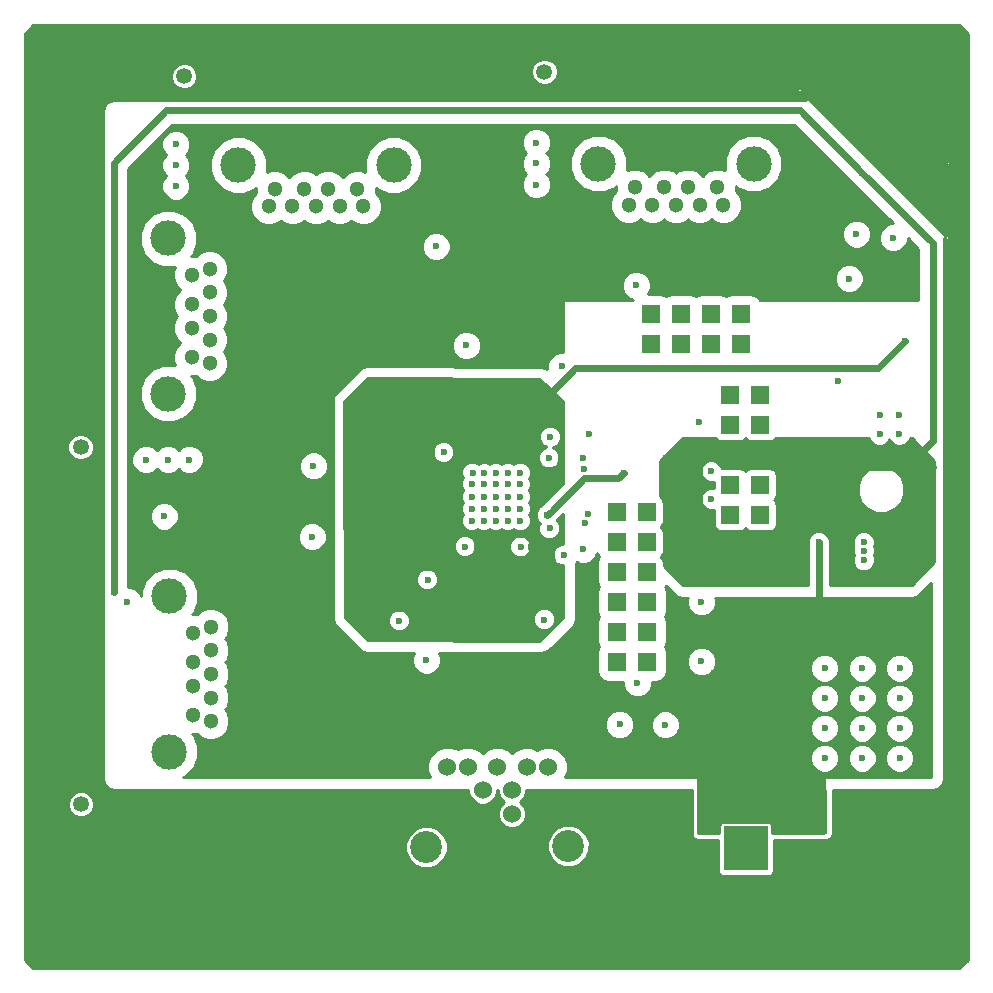
<source format=gbr>
G04 #@! TF.GenerationSoftware,KiCad,Pcbnew,(2017-08-08 revision 53204e097)-makepkg*
G04 #@! TF.CreationDate,2017-08-23T13:37:33+02:00*
G04 #@! TF.ProjectId,usbhub01a,7573626875623031612E6B696361645F,rev?*
G04 #@! TF.SameCoordinates,Original*
G04 #@! TF.FileFunction,Copper,L2,Inr,Signal*
G04 #@! TF.FilePolarity,Positive*
%FSLAX46Y46*%
G04 Gerber Fmt 4.6, Leading zero omitted, Abs format (unit mm)*
G04 Created by KiCad (PCBNEW (2017-08-08 revision 53204e097)-makepkg) date 08/23/17 13:37:33*
%MOMM*%
%LPD*%
G01*
G04 APERTURE LIST*
%ADD10R,3.810000X3.810000*%
%ADD11C,1.524000*%
%ADD12C,2.700020*%
%ADD13C,1.350000*%
%ADD14R,1.524000X1.524000*%
%ADD15C,6.000000*%
%ADD16C,1.300000*%
%ADD17C,2.999740*%
%ADD18C,0.600000*%
%ADD19C,0.600000*%
%ADD20C,0.300000*%
%ADD21C,0.254000*%
G04 APERTURE END LIST*
D10*
X173431200Y-134495400D03*
X173431200Y-128295400D03*
X168431200Y-131395400D03*
D11*
X151666000Y-124481000D03*
X149896000Y-124481000D03*
X147396000Y-124481000D03*
X144896000Y-124481000D03*
X143166000Y-124481000D03*
X148646000Y-126481000D03*
X146146000Y-126481000D03*
X146146000Y-128481000D03*
X148646000Y-128481000D03*
D12*
X153416000Y-131191000D03*
X141396720Y-131255500D03*
D13*
X112141000Y-127648000D03*
X112109000Y-97409000D03*
X120891000Y-66005848D03*
X151384000Y-65627000D03*
D14*
X169672000Y-103124000D03*
X167132000Y-103124000D03*
X169672000Y-100584000D03*
X167132000Y-100584000D03*
X169672000Y-98044000D03*
X167132000Y-98044000D03*
X169672000Y-95504000D03*
X167132000Y-95504000D03*
X169672000Y-92964000D03*
X167132000Y-92964000D03*
D15*
X182880000Y-66040000D03*
X182880000Y-137160000D03*
X111760000Y-66040000D03*
X111760000Y-137160000D03*
D16*
X123134000Y-120620000D03*
X123134000Y-118620000D03*
X123134000Y-116620000D03*
X123134000Y-114620000D03*
X123134000Y-112620000D03*
X121634000Y-120120000D03*
D17*
X119634000Y-110050000D03*
X119634000Y-123190000D03*
D16*
X121634000Y-113120000D03*
X121634000Y-115620000D03*
X121634000Y-117620000D03*
X123032400Y-90317800D03*
X123032400Y-88317800D03*
X123032400Y-86317800D03*
X123032400Y-84317800D03*
X123032400Y-82317800D03*
X121532400Y-89817800D03*
D17*
X119532400Y-79747800D03*
X119532400Y-92887800D03*
D16*
X121532400Y-82817800D03*
X121532400Y-85317800D03*
X121532400Y-87317800D03*
X158526000Y-76906000D03*
X160526000Y-76906000D03*
X162526000Y-76906000D03*
X164526000Y-76906000D03*
X166526000Y-76906000D03*
X159026000Y-75406000D03*
D17*
X169096000Y-73406000D03*
X155956000Y-73406000D03*
D16*
X166026000Y-75406000D03*
X163526000Y-75406000D03*
X161526000Y-75406000D03*
X128046000Y-77033000D03*
X130046000Y-77033000D03*
X132046000Y-77033000D03*
X134046000Y-77033000D03*
X136046000Y-77033000D03*
X128546000Y-75533000D03*
D17*
X138616000Y-73533000D03*
X125476000Y-73533000D03*
D16*
X135546000Y-75533000D03*
X133046000Y-75533000D03*
X131046000Y-75533000D03*
D14*
X168046400Y-86156800D03*
X168046400Y-88696800D03*
X165506400Y-86156800D03*
X165506400Y-88696800D03*
X162966400Y-86156800D03*
X162966400Y-88696800D03*
X160426400Y-86156800D03*
X160426400Y-88696800D03*
X157530800Y-102870000D03*
X160070800Y-102870000D03*
X157530800Y-105410000D03*
X160070800Y-105410000D03*
X157530800Y-107950000D03*
X160070800Y-107950000D03*
X157530800Y-110490000D03*
X160070800Y-110490000D03*
X157530800Y-113030000D03*
X160070800Y-113030000D03*
X157530800Y-115570000D03*
X160070800Y-115570000D03*
D18*
X158112257Y-99567219D03*
X144678400Y-105841798D03*
X149377400Y-105867200D03*
X151604303Y-103184046D03*
X142865800Y-97850000D03*
X151790400Y-98350000D03*
X185826400Y-83083400D03*
X161170383Y-126887767D03*
X161158751Y-128772183D03*
X159700279Y-130507993D03*
X161620200Y-130530600D03*
X158343600Y-135356602D03*
X152857200Y-90576400D03*
X131826000Y-99009202D03*
X151892006Y-96570800D03*
X131724400Y-105003600D03*
X142214075Y-80417696D03*
X143289827Y-64368409D03*
X144766291Y-88807594D03*
X139095894Y-112122354D03*
X141393400Y-115450722D03*
X178409600Y-105460800D03*
X159258000Y-117348000D03*
X149352000Y-103632000D03*
X148336000Y-103632000D03*
X147320000Y-103632000D03*
X146304000Y-103632008D03*
X145288000Y-103631976D03*
X145287984Y-102616000D03*
X146304024Y-102616000D03*
X147320000Y-101600006D03*
X146304000Y-101663508D03*
X149352000Y-102616000D03*
X148335976Y-102616000D03*
X147320000Y-102616000D03*
X186041865Y-106148277D03*
X178409600Y-106984802D03*
X165483466Y-99423182D03*
X165481000Y-101803200D03*
X165197090Y-140036784D03*
X178409600Y-106172000D03*
X164506768Y-95321494D03*
X167132000Y-66724000D03*
X166192000Y-66724000D03*
X167132000Y-67564000D03*
X166192000Y-67564000D03*
X135712000Y-67803000D03*
X136652000Y-67803000D03*
X135712000Y-66963000D03*
X136652000Y-66963000D03*
X113793800Y-81661000D03*
X112953800Y-81661000D03*
X112953800Y-82601000D03*
X113793800Y-82601000D03*
X113846935Y-112857607D03*
X113006935Y-112857607D03*
X113846935Y-111917607D03*
X113006935Y-111917607D03*
X181457600Y-121208800D03*
X178282600Y-121208800D03*
X181457600Y-123748800D03*
X175107600Y-123748800D03*
X175107600Y-121208800D03*
X181457600Y-118668800D03*
X181457600Y-116128800D03*
X175107600Y-118668800D03*
X175107600Y-116128800D03*
X178282600Y-123748808D03*
X178282600Y-118668800D03*
X178282600Y-116128800D03*
X177174797Y-83141323D03*
X185420000Y-94996000D03*
X181431500Y-96341500D03*
X179756500Y-96341500D03*
X181431500Y-94666500D03*
X179756500Y-94666500D03*
X141492327Y-108646297D03*
X150692362Y-75186567D03*
X150697931Y-73387792D03*
X150692362Y-71622431D03*
X120188551Y-71773020D03*
X120187716Y-75315538D03*
X120175096Y-73529748D03*
X121310400Y-98467967D03*
X119514925Y-98470707D03*
X117647060Y-98475533D03*
X121377447Y-128637691D03*
X119598920Y-128648635D03*
X117776615Y-128654108D03*
X135735981Y-133241425D03*
X135731625Y-131222624D03*
X135727270Y-129193110D03*
X149352000Y-99631500D03*
X148336000Y-99631500D03*
X147320000Y-99631498D03*
X146304000Y-99631500D03*
X145298321Y-99616649D03*
X146304000Y-100520500D03*
X149352000Y-101663500D03*
X148336000Y-101663500D03*
X145288000Y-101663500D03*
X148336000Y-100520500D03*
X147320000Y-100520504D03*
X149351994Y-100520500D03*
X151384000Y-112014000D03*
X145288000Y-100520506D03*
X176276000Y-91821000D03*
X143052800Y-103124000D03*
X147066000Y-105948011D03*
X150228151Y-105857348D03*
X150571200Y-97155012D03*
X149085132Y-97147483D03*
X145575544Y-97147483D03*
X181927500Y-88455500D03*
X143002000Y-99364800D03*
X161696400Y-98348800D03*
X164678383Y-110506318D03*
X164669506Y-115557613D03*
X182219600Y-106984800D03*
X182219600Y-105460800D03*
X182219600Y-106222800D03*
X169418000Y-68884804D03*
X138938000Y-68884798D03*
X184277000Y-99059992D03*
X164668200Y-105410000D03*
X177800000Y-99060000D03*
X179324000Y-99060000D03*
X181864000Y-99060000D03*
X114935000Y-79311500D03*
X114935000Y-109664500D03*
X178308000Y-74168000D03*
X165023800Y-126873000D03*
X165023796Y-127863600D03*
X165023798Y-128778000D03*
X174599600Y-105460800D03*
X174599600Y-106222800D03*
X174599607Y-106984793D03*
X171450000Y-70612000D03*
X172212000Y-70612006D03*
X170688024Y-70612000D03*
X117348000Y-108965976D03*
X117348006Y-107442000D03*
X117348000Y-108204000D03*
X140208024Y-70866000D03*
X141732000Y-70866006D03*
X140970000Y-70866000D03*
X117094000Y-77978000D03*
X117094006Y-77216000D03*
X117094000Y-78739976D03*
X157751012Y-120891120D03*
X154663957Y-106064270D03*
X154818146Y-103829646D03*
X155068767Y-103069904D03*
X151831200Y-104299568D03*
X159156402Y-83718400D03*
X155171957Y-96266000D03*
X154676010Y-98348800D03*
X154766040Y-99225000D03*
X180902886Y-79701114D03*
X177799996Y-79375000D03*
X153021473Y-106566525D03*
X119189500Y-103251000D03*
X116078000Y-110490000D03*
X161613242Y-120931067D03*
D19*
X158112257Y-99567219D02*
X157654475Y-100025001D01*
X157654475Y-100025001D02*
X154763348Y-100025001D01*
X154763348Y-100025001D02*
X151904302Y-102884047D01*
X151904302Y-102884047D02*
X151604303Y-103184046D01*
X179641500Y-90741500D02*
X154012900Y-90741500D01*
X181927500Y-88455500D02*
X179641500Y-90741500D01*
X154012900Y-90741500D02*
X150571200Y-94183200D01*
X150571200Y-94183200D02*
X150571200Y-97155012D01*
X178308000Y-74168000D02*
X184277000Y-80137000D01*
X184277000Y-80137000D02*
X184277000Y-96875600D01*
X183972192Y-99059992D02*
X184277000Y-99059992D01*
X184277000Y-96875600D02*
X183032400Y-98120200D01*
X183032400Y-98120200D02*
X183972192Y-99059992D01*
X114935000Y-79311500D02*
X114935000Y-73329800D01*
X119380002Y-68884798D02*
X138513736Y-68884798D01*
X114935000Y-73329800D02*
X119380002Y-68884798D01*
X138513736Y-68884798D02*
X138938000Y-68884798D01*
X182219600Y-105460800D02*
X182219600Y-99415600D01*
X182219600Y-99415600D02*
X181864000Y-99060000D01*
X164668200Y-98552000D02*
X164465000Y-98348800D01*
X162120664Y-98348800D02*
X161696400Y-98348800D01*
X164465000Y-98348800D02*
X162120664Y-98348800D01*
X169672000Y-98044000D02*
X169722800Y-98094800D01*
X169722800Y-98094800D02*
X174853600Y-98094800D01*
X174853600Y-98094800D02*
X175818800Y-99060000D01*
X175818800Y-99060000D02*
X177800000Y-99060000D01*
X164668200Y-98552000D02*
X164871400Y-98348800D01*
X166827200Y-98348800D02*
X167132000Y-98044000D01*
X164871400Y-98348800D02*
X166827200Y-98348800D01*
D20*
X164668200Y-105410000D02*
X164668200Y-104985736D01*
X164668200Y-104985736D02*
X164668200Y-98552000D01*
D19*
X182219600Y-106222800D02*
X182219600Y-105460800D01*
X182219600Y-106984800D02*
X182219600Y-106222800D01*
X169842264Y-68884804D02*
X169418000Y-68884804D01*
X173024804Y-68884804D02*
X169842264Y-68884804D01*
X178308000Y-74168000D02*
X173024804Y-68884804D01*
X169417994Y-68884798D02*
X169418000Y-68884804D01*
X138938000Y-68884798D02*
X169417994Y-68884798D01*
X184276992Y-99060000D02*
X184277000Y-99059992D01*
X181864000Y-99060000D02*
X184276992Y-99060000D01*
X114935000Y-79311500D02*
X114935000Y-109240236D01*
X114935000Y-109240236D02*
X114935000Y-109664500D01*
X179324000Y-99060000D02*
X181864000Y-99060000D01*
X177800000Y-99060000D02*
X179324000Y-99060000D01*
X164642800Y-105435400D02*
X164668200Y-105410000D01*
X167132000Y-98044000D02*
X169672000Y-98044000D01*
X174599607Y-106984793D02*
X174599607Y-111302807D01*
X174599607Y-111302807D02*
X171577000Y-114325414D01*
X171577000Y-114325414D02*
X171577000Y-126619000D01*
X171577000Y-126619000D02*
X173228000Y-128270000D01*
X174599600Y-106222800D02*
X174599600Y-106984786D01*
X174599600Y-106984786D02*
X174599607Y-106984793D01*
X174599600Y-105460800D02*
X174599600Y-106222800D01*
D20*
G36*
X150998156Y-91687398D02*
X152915075Y-93603878D01*
X152930745Y-100514102D01*
X151232554Y-102212293D01*
X151232551Y-102212295D01*
X150933994Y-102510853D01*
X150799401Y-102645211D01*
X150654468Y-102994250D01*
X150654138Y-103372184D01*
X150798462Y-103721475D01*
X150970880Y-103894195D01*
X150881365Y-104109772D01*
X150881035Y-104487706D01*
X151025359Y-104836997D01*
X151292365Y-105104470D01*
X151641404Y-105249403D01*
X152019338Y-105249733D01*
X152368629Y-105105409D01*
X152636102Y-104838403D01*
X152781035Y-104489364D01*
X152781365Y-104111430D01*
X152637041Y-103762139D01*
X152503494Y-103628358D01*
X152576054Y-103555798D01*
X152576056Y-103555795D01*
X152936824Y-103195027D01*
X152942315Y-105616455D01*
X152833335Y-105616360D01*
X152484044Y-105760684D01*
X152216571Y-106027690D01*
X152071638Y-106376729D01*
X152071308Y-106754663D01*
X152215632Y-107103954D01*
X152482638Y-107371427D01*
X152831677Y-107516360D01*
X152946624Y-107516460D01*
X152956524Y-111882424D01*
X151049189Y-113790197D01*
X136479044Y-113760502D01*
X135028702Y-112310492D01*
X138145729Y-112310492D01*
X138290053Y-112659783D01*
X138557059Y-112927256D01*
X138906098Y-113072189D01*
X139284032Y-113072519D01*
X139633323Y-112928195D01*
X139900796Y-112661189D01*
X140045729Y-112312150D01*
X140045825Y-112202138D01*
X150433835Y-112202138D01*
X150578159Y-112551429D01*
X150845165Y-112818902D01*
X151194204Y-112963835D01*
X151572138Y-112964165D01*
X151921429Y-112819841D01*
X152188902Y-112552835D01*
X152333835Y-112203796D01*
X152334165Y-111825862D01*
X152189841Y-111476571D01*
X151922835Y-111209098D01*
X151573796Y-111064165D01*
X151195862Y-111063835D01*
X150846571Y-111208159D01*
X150579098Y-111475165D01*
X150434165Y-111824204D01*
X150433835Y-112202138D01*
X140045825Y-112202138D01*
X140046059Y-111934216D01*
X139901735Y-111584925D01*
X139634729Y-111317452D01*
X139285690Y-111172519D01*
X138907756Y-111172189D01*
X138558465Y-111316513D01*
X138290992Y-111583519D01*
X138146059Y-111932558D01*
X138145729Y-112310492D01*
X135028702Y-112310492D01*
X134562125Y-111844022D01*
X134555301Y-108834435D01*
X140542162Y-108834435D01*
X140686486Y-109183726D01*
X140953492Y-109451199D01*
X141302531Y-109596132D01*
X141680465Y-109596462D01*
X142029756Y-109452138D01*
X142297229Y-109185132D01*
X142442162Y-108836093D01*
X142442492Y-108458159D01*
X142298168Y-108108868D01*
X142031162Y-107841395D01*
X141682123Y-107696462D01*
X141304189Y-107696132D01*
X140954898Y-107840456D01*
X140687425Y-108107462D01*
X140542492Y-108456501D01*
X140542162Y-108834435D01*
X134555301Y-108834435D01*
X134548942Y-106029936D01*
X143728235Y-106029936D01*
X143872559Y-106379227D01*
X144139565Y-106646700D01*
X144488604Y-106791633D01*
X144866538Y-106791963D01*
X145215829Y-106647639D01*
X145483302Y-106380633D01*
X145618375Y-106055338D01*
X148427235Y-106055338D01*
X148571559Y-106404629D01*
X148838565Y-106672102D01*
X149187604Y-106817035D01*
X149565538Y-106817365D01*
X149914829Y-106673041D01*
X150182302Y-106406035D01*
X150327235Y-106056996D01*
X150327565Y-105679062D01*
X150183241Y-105329771D01*
X149916235Y-105062298D01*
X149567196Y-104917365D01*
X149189262Y-104917035D01*
X148839971Y-105061359D01*
X148572498Y-105328365D01*
X148427565Y-105677404D01*
X148427235Y-106055338D01*
X145618375Y-106055338D01*
X145628235Y-106031594D01*
X145628565Y-105653660D01*
X145484241Y-105304369D01*
X145217235Y-105036896D01*
X144868196Y-104891963D01*
X144490262Y-104891633D01*
X144140971Y-105035957D01*
X143873498Y-105302963D01*
X143728565Y-105652002D01*
X143728235Y-106029936D01*
X134548942Y-106029936D01*
X134541627Y-102804138D01*
X144337819Y-102804138D01*
X144470133Y-103124363D01*
X144338165Y-103442180D01*
X144337835Y-103820114D01*
X144482159Y-104169405D01*
X144749165Y-104436878D01*
X145098204Y-104581811D01*
X145476138Y-104582141D01*
X145796318Y-104449846D01*
X146114204Y-104581843D01*
X146492138Y-104582173D01*
X146812366Y-104449858D01*
X147130204Y-104581835D01*
X147508138Y-104582165D01*
X147828356Y-104449854D01*
X148146204Y-104581835D01*
X148524138Y-104582165D01*
X148844356Y-104449854D01*
X149162204Y-104581835D01*
X149540138Y-104582165D01*
X149889429Y-104437841D01*
X150156902Y-104170835D01*
X150301835Y-103821796D01*
X150302165Y-103443862D01*
X150169854Y-103123644D01*
X150301835Y-102805796D01*
X150302165Y-102427862D01*
X150183005Y-102139472D01*
X150301835Y-101853296D01*
X150302165Y-101475362D01*
X150157841Y-101126071D01*
X150124001Y-101092172D01*
X150156896Y-101059335D01*
X150301829Y-100710296D01*
X150302159Y-100332362D01*
X150196153Y-100075808D01*
X150301835Y-99821296D01*
X150302165Y-99443362D01*
X150157841Y-99094071D01*
X149890835Y-98826598D01*
X149541796Y-98681665D01*
X149163862Y-98681335D01*
X148843644Y-98813646D01*
X148525796Y-98681665D01*
X148147862Y-98681335D01*
X147827646Y-98813645D01*
X147509796Y-98681663D01*
X147131862Y-98681333D01*
X146811641Y-98813645D01*
X146493796Y-98681665D01*
X146115862Y-98681335D01*
X145818744Y-98804102D01*
X145488117Y-98666814D01*
X145110183Y-98666484D01*
X144760892Y-98810808D01*
X144493419Y-99077814D01*
X144348486Y-99426853D01*
X144348156Y-99804787D01*
X144452094Y-100056337D01*
X144338165Y-100330710D01*
X144337835Y-100708644D01*
X144482159Y-101057935D01*
X144515993Y-101091828D01*
X144483098Y-101124665D01*
X144338165Y-101473704D01*
X144337835Y-101851638D01*
X144456987Y-102140009D01*
X144338149Y-102426204D01*
X144337819Y-102804138D01*
X134541627Y-102804138D01*
X134530819Y-98038138D01*
X141915635Y-98038138D01*
X142059959Y-98387429D01*
X142326965Y-98654902D01*
X142676004Y-98799835D01*
X143053938Y-98800165D01*
X143403229Y-98655841D01*
X143521137Y-98538138D01*
X150840235Y-98538138D01*
X150984559Y-98887429D01*
X151251565Y-99154902D01*
X151600604Y-99299835D01*
X151978538Y-99300165D01*
X152327829Y-99155841D01*
X152595302Y-98888835D01*
X152740235Y-98539796D01*
X152740565Y-98161862D01*
X152596241Y-97812571D01*
X152329235Y-97545098D01*
X152175866Y-97481414D01*
X152429435Y-97376641D01*
X152696908Y-97109635D01*
X152841841Y-96760596D01*
X152842171Y-96382662D01*
X152697847Y-96033371D01*
X152430841Y-95765898D01*
X152081802Y-95620965D01*
X151703868Y-95620635D01*
X151354577Y-95764959D01*
X151087104Y-96031965D01*
X150942171Y-96381004D01*
X150941841Y-96758938D01*
X151086165Y-97108229D01*
X151353171Y-97375702D01*
X151506540Y-97439386D01*
X151252971Y-97544159D01*
X150985498Y-97811165D01*
X150840565Y-98160204D01*
X150840235Y-98538138D01*
X143521137Y-98538138D01*
X143670702Y-98388835D01*
X143815635Y-98039796D01*
X143815965Y-97661862D01*
X143671641Y-97312571D01*
X143404635Y-97045098D01*
X143055596Y-96900165D01*
X142677662Y-96899835D01*
X142328371Y-97044159D01*
X142060898Y-97311165D01*
X141915965Y-97660204D01*
X141915635Y-98038138D01*
X134530819Y-98038138D01*
X134520676Y-93565476D01*
X136428011Y-91657703D01*
X150998156Y-91687398D01*
X150998156Y-91687398D01*
G37*
X150998156Y-91687398D02*
X152915075Y-93603878D01*
X152930745Y-100514102D01*
X151232554Y-102212293D01*
X151232551Y-102212295D01*
X150933994Y-102510853D01*
X150799401Y-102645211D01*
X150654468Y-102994250D01*
X150654138Y-103372184D01*
X150798462Y-103721475D01*
X150970880Y-103894195D01*
X150881365Y-104109772D01*
X150881035Y-104487706D01*
X151025359Y-104836997D01*
X151292365Y-105104470D01*
X151641404Y-105249403D01*
X152019338Y-105249733D01*
X152368629Y-105105409D01*
X152636102Y-104838403D01*
X152781035Y-104489364D01*
X152781365Y-104111430D01*
X152637041Y-103762139D01*
X152503494Y-103628358D01*
X152576054Y-103555798D01*
X152576056Y-103555795D01*
X152936824Y-103195027D01*
X152942315Y-105616455D01*
X152833335Y-105616360D01*
X152484044Y-105760684D01*
X152216571Y-106027690D01*
X152071638Y-106376729D01*
X152071308Y-106754663D01*
X152215632Y-107103954D01*
X152482638Y-107371427D01*
X152831677Y-107516360D01*
X152946624Y-107516460D01*
X152956524Y-111882424D01*
X151049189Y-113790197D01*
X136479044Y-113760502D01*
X135028702Y-112310492D01*
X138145729Y-112310492D01*
X138290053Y-112659783D01*
X138557059Y-112927256D01*
X138906098Y-113072189D01*
X139284032Y-113072519D01*
X139633323Y-112928195D01*
X139900796Y-112661189D01*
X140045729Y-112312150D01*
X140045825Y-112202138D01*
X150433835Y-112202138D01*
X150578159Y-112551429D01*
X150845165Y-112818902D01*
X151194204Y-112963835D01*
X151572138Y-112964165D01*
X151921429Y-112819841D01*
X152188902Y-112552835D01*
X152333835Y-112203796D01*
X152334165Y-111825862D01*
X152189841Y-111476571D01*
X151922835Y-111209098D01*
X151573796Y-111064165D01*
X151195862Y-111063835D01*
X150846571Y-111208159D01*
X150579098Y-111475165D01*
X150434165Y-111824204D01*
X150433835Y-112202138D01*
X140045825Y-112202138D01*
X140046059Y-111934216D01*
X139901735Y-111584925D01*
X139634729Y-111317452D01*
X139285690Y-111172519D01*
X138907756Y-111172189D01*
X138558465Y-111316513D01*
X138290992Y-111583519D01*
X138146059Y-111932558D01*
X138145729Y-112310492D01*
X135028702Y-112310492D01*
X134562125Y-111844022D01*
X134555301Y-108834435D01*
X140542162Y-108834435D01*
X140686486Y-109183726D01*
X140953492Y-109451199D01*
X141302531Y-109596132D01*
X141680465Y-109596462D01*
X142029756Y-109452138D01*
X142297229Y-109185132D01*
X142442162Y-108836093D01*
X142442492Y-108458159D01*
X142298168Y-108108868D01*
X142031162Y-107841395D01*
X141682123Y-107696462D01*
X141304189Y-107696132D01*
X140954898Y-107840456D01*
X140687425Y-108107462D01*
X140542492Y-108456501D01*
X140542162Y-108834435D01*
X134555301Y-108834435D01*
X134548942Y-106029936D01*
X143728235Y-106029936D01*
X143872559Y-106379227D01*
X144139565Y-106646700D01*
X144488604Y-106791633D01*
X144866538Y-106791963D01*
X145215829Y-106647639D01*
X145483302Y-106380633D01*
X145618375Y-106055338D01*
X148427235Y-106055338D01*
X148571559Y-106404629D01*
X148838565Y-106672102D01*
X149187604Y-106817035D01*
X149565538Y-106817365D01*
X149914829Y-106673041D01*
X150182302Y-106406035D01*
X150327235Y-106056996D01*
X150327565Y-105679062D01*
X150183241Y-105329771D01*
X149916235Y-105062298D01*
X149567196Y-104917365D01*
X149189262Y-104917035D01*
X148839971Y-105061359D01*
X148572498Y-105328365D01*
X148427565Y-105677404D01*
X148427235Y-106055338D01*
X145618375Y-106055338D01*
X145628235Y-106031594D01*
X145628565Y-105653660D01*
X145484241Y-105304369D01*
X145217235Y-105036896D01*
X144868196Y-104891963D01*
X144490262Y-104891633D01*
X144140971Y-105035957D01*
X143873498Y-105302963D01*
X143728565Y-105652002D01*
X143728235Y-106029936D01*
X134548942Y-106029936D01*
X134541627Y-102804138D01*
X144337819Y-102804138D01*
X144470133Y-103124363D01*
X144338165Y-103442180D01*
X144337835Y-103820114D01*
X144482159Y-104169405D01*
X144749165Y-104436878D01*
X145098204Y-104581811D01*
X145476138Y-104582141D01*
X145796318Y-104449846D01*
X146114204Y-104581843D01*
X146492138Y-104582173D01*
X146812366Y-104449858D01*
X147130204Y-104581835D01*
X147508138Y-104582165D01*
X147828356Y-104449854D01*
X148146204Y-104581835D01*
X148524138Y-104582165D01*
X148844356Y-104449854D01*
X149162204Y-104581835D01*
X149540138Y-104582165D01*
X149889429Y-104437841D01*
X150156902Y-104170835D01*
X150301835Y-103821796D01*
X150302165Y-103443862D01*
X150169854Y-103123644D01*
X150301835Y-102805796D01*
X150302165Y-102427862D01*
X150183005Y-102139472D01*
X150301835Y-101853296D01*
X150302165Y-101475362D01*
X150157841Y-101126071D01*
X150124001Y-101092172D01*
X150156896Y-101059335D01*
X150301829Y-100710296D01*
X150302159Y-100332362D01*
X150196153Y-100075808D01*
X150301835Y-99821296D01*
X150302165Y-99443362D01*
X150157841Y-99094071D01*
X149890835Y-98826598D01*
X149541796Y-98681665D01*
X149163862Y-98681335D01*
X148843644Y-98813646D01*
X148525796Y-98681665D01*
X148147862Y-98681335D01*
X147827646Y-98813645D01*
X147509796Y-98681663D01*
X147131862Y-98681333D01*
X146811641Y-98813645D01*
X146493796Y-98681665D01*
X146115862Y-98681335D01*
X145818744Y-98804102D01*
X145488117Y-98666814D01*
X145110183Y-98666484D01*
X144760892Y-98810808D01*
X144493419Y-99077814D01*
X144348486Y-99426853D01*
X144348156Y-99804787D01*
X144452094Y-100056337D01*
X144338165Y-100330710D01*
X144337835Y-100708644D01*
X144482159Y-101057935D01*
X144515993Y-101091828D01*
X144483098Y-101124665D01*
X144338165Y-101473704D01*
X144337835Y-101851638D01*
X144456987Y-102140009D01*
X144338149Y-102426204D01*
X144337819Y-102804138D01*
X134541627Y-102804138D01*
X134530819Y-98038138D01*
X141915635Y-98038138D01*
X142059959Y-98387429D01*
X142326965Y-98654902D01*
X142676004Y-98799835D01*
X143053938Y-98800165D01*
X143403229Y-98655841D01*
X143521137Y-98538138D01*
X150840235Y-98538138D01*
X150984559Y-98887429D01*
X151251565Y-99154902D01*
X151600604Y-99299835D01*
X151978538Y-99300165D01*
X152327829Y-99155841D01*
X152595302Y-98888835D01*
X152740235Y-98539796D01*
X152740565Y-98161862D01*
X152596241Y-97812571D01*
X152329235Y-97545098D01*
X152175866Y-97481414D01*
X152429435Y-97376641D01*
X152696908Y-97109635D01*
X152841841Y-96760596D01*
X152842171Y-96382662D01*
X152697847Y-96033371D01*
X152430841Y-95765898D01*
X152081802Y-95620965D01*
X151703868Y-95620635D01*
X151354577Y-95764959D01*
X151087104Y-96031965D01*
X150942171Y-96381004D01*
X150941841Y-96758938D01*
X151086165Y-97108229D01*
X151353171Y-97375702D01*
X151506540Y-97439386D01*
X151252971Y-97544159D01*
X150985498Y-97811165D01*
X150840565Y-98160204D01*
X150840235Y-98538138D01*
X143521137Y-98538138D01*
X143670702Y-98388835D01*
X143815635Y-98039796D01*
X143815965Y-97661862D01*
X143671641Y-97312571D01*
X143404635Y-97045098D01*
X143055596Y-96900165D01*
X142677662Y-96899835D01*
X142328371Y-97044159D01*
X142060898Y-97311165D01*
X141915965Y-97660204D01*
X141915635Y-98038138D01*
X134530819Y-98038138D01*
X134520676Y-93565476D01*
X136428011Y-91657703D01*
X150998156Y-91687398D01*
D21*
G36*
X165912191Y-96723809D02*
X166122235Y-96864157D01*
X166370000Y-96913440D01*
X167894000Y-96913440D01*
X168141765Y-96864157D01*
X168351809Y-96723809D01*
X168402000Y-96648693D01*
X168452191Y-96723809D01*
X168662235Y-96864157D01*
X168910000Y-96913440D01*
X170434000Y-96913440D01*
X170681765Y-96864157D01*
X170891809Y-96723809D01*
X170943132Y-96647000D01*
X178871058Y-96647000D01*
X178963383Y-96870443D01*
X179226173Y-97133692D01*
X179569701Y-97276338D01*
X179941667Y-97276662D01*
X180285443Y-97134617D01*
X180548692Y-96871827D01*
X180593935Y-96762870D01*
X180638383Y-96870443D01*
X180901173Y-97133692D01*
X181244701Y-97276338D01*
X181616667Y-97276662D01*
X181960443Y-97134617D01*
X182223692Y-96871827D01*
X182317049Y-96647000D01*
X182478394Y-96647000D01*
X184404000Y-98572606D01*
X184404000Y-107167394D01*
X182478394Y-109093000D01*
X175534607Y-109093000D01*
X175534607Y-106985609D01*
X175534769Y-106799626D01*
X175534600Y-106799217D01*
X175534600Y-106223616D01*
X175534762Y-106037633D01*
X175534600Y-106037241D01*
X175534600Y-105645967D01*
X177474438Y-105645967D01*
X177544857Y-105816394D01*
X177474762Y-105985201D01*
X177474438Y-106357167D01*
X177565899Y-106578521D01*
X177474762Y-106798003D01*
X177474438Y-107169969D01*
X177616483Y-107513745D01*
X177879273Y-107776994D01*
X178222801Y-107919640D01*
X178594767Y-107919964D01*
X178938543Y-107777919D01*
X179201792Y-107515129D01*
X179344438Y-107171601D01*
X179344762Y-106799635D01*
X179253301Y-106578281D01*
X179344438Y-106358799D01*
X179344762Y-105986833D01*
X179274343Y-105816406D01*
X179344438Y-105647599D01*
X179344762Y-105275633D01*
X179202717Y-104931857D01*
X178939927Y-104668608D01*
X178596399Y-104525962D01*
X178224433Y-104525638D01*
X177880657Y-104667683D01*
X177617408Y-104930473D01*
X177474762Y-105274001D01*
X177474438Y-105645967D01*
X175534600Y-105645967D01*
X175534600Y-105461616D01*
X175534762Y-105275633D01*
X175392717Y-104931857D01*
X175129927Y-104668608D01*
X174786399Y-104525962D01*
X174414433Y-104525638D01*
X174070657Y-104667683D01*
X173807408Y-104930473D01*
X173664762Y-105274001D01*
X173664438Y-105645967D01*
X173664600Y-105646359D01*
X173664600Y-106221984D01*
X173664438Y-106407967D01*
X173664600Y-106408359D01*
X173664600Y-106984786D01*
X173664606Y-106984818D01*
X173664445Y-107169960D01*
X173664607Y-107170352D01*
X173664607Y-109093000D01*
X163088606Y-109093000D01*
X161480240Y-107484634D01*
X161480240Y-107188000D01*
X161430957Y-106940235D01*
X161290609Y-106730191D01*
X161215493Y-106680000D01*
X161290609Y-106629809D01*
X161430957Y-106419765D01*
X161480240Y-106172000D01*
X161480240Y-104648000D01*
X161430957Y-104400235D01*
X161290609Y-104190191D01*
X161215493Y-104140000D01*
X161290609Y-104089809D01*
X161430957Y-103879765D01*
X161480240Y-103632000D01*
X161480240Y-102108000D01*
X161456444Y-101988367D01*
X164545838Y-101988367D01*
X164687883Y-102332143D01*
X164950673Y-102595392D01*
X165294201Y-102738038D01*
X165666167Y-102738362D01*
X165722560Y-102715061D01*
X165722560Y-103886000D01*
X165771843Y-104133765D01*
X165912191Y-104343809D01*
X166122235Y-104484157D01*
X166370000Y-104533440D01*
X167894000Y-104533440D01*
X168141765Y-104484157D01*
X168351809Y-104343809D01*
X168402000Y-104268693D01*
X168452191Y-104343809D01*
X168662235Y-104484157D01*
X168910000Y-104533440D01*
X170434000Y-104533440D01*
X170681765Y-104484157D01*
X170891809Y-104343809D01*
X171032157Y-104133765D01*
X171081440Y-103886000D01*
X171081440Y-102362000D01*
X171032157Y-102114235D01*
X170891809Y-101904191D01*
X170816693Y-101854000D01*
X170891809Y-101803809D01*
X171032157Y-101593765D01*
X171073979Y-101383509D01*
X177897457Y-101383509D01*
X178199018Y-102113343D01*
X178756920Y-102672219D01*
X179486227Y-102975054D01*
X180275909Y-102975743D01*
X181005743Y-102674182D01*
X181564619Y-102116280D01*
X181867454Y-101386973D01*
X181868143Y-100597291D01*
X181566582Y-99867457D01*
X181008680Y-99308581D01*
X180279373Y-99005746D01*
X179489691Y-99005057D01*
X178759857Y-99306618D01*
X178200981Y-99864520D01*
X177898146Y-100593827D01*
X177897457Y-101383509D01*
X171073979Y-101383509D01*
X171081440Y-101346000D01*
X171081440Y-99822000D01*
X171032157Y-99574235D01*
X170891809Y-99364191D01*
X170681765Y-99223843D01*
X170434000Y-99174560D01*
X168910000Y-99174560D01*
X168662235Y-99223843D01*
X168452191Y-99364191D01*
X168402000Y-99439307D01*
X168351809Y-99364191D01*
X168141765Y-99223843D01*
X167894000Y-99174560D01*
X166392409Y-99174560D01*
X166276583Y-98894239D01*
X166013793Y-98630990D01*
X165670265Y-98488344D01*
X165298299Y-98488020D01*
X164954523Y-98630065D01*
X164691274Y-98892855D01*
X164548628Y-99236383D01*
X164548304Y-99608349D01*
X164690349Y-99952125D01*
X164953139Y-100215374D01*
X165296667Y-100358020D01*
X165668633Y-100358344D01*
X165722560Y-100336062D01*
X165722560Y-100891101D01*
X165667799Y-100868362D01*
X165295833Y-100868038D01*
X164952057Y-101010083D01*
X164688808Y-101272873D01*
X164546162Y-101616401D01*
X164545838Y-101988367D01*
X161456444Y-101988367D01*
X161430957Y-101860235D01*
X161290609Y-101650191D01*
X161163000Y-101564925D01*
X161163000Y-98572606D01*
X163088606Y-96647000D01*
X165860868Y-96647000D01*
X165912191Y-96723809D01*
X165912191Y-96723809D01*
G37*
X165912191Y-96723809D02*
X166122235Y-96864157D01*
X166370000Y-96913440D01*
X167894000Y-96913440D01*
X168141765Y-96864157D01*
X168351809Y-96723809D01*
X168402000Y-96648693D01*
X168452191Y-96723809D01*
X168662235Y-96864157D01*
X168910000Y-96913440D01*
X170434000Y-96913440D01*
X170681765Y-96864157D01*
X170891809Y-96723809D01*
X170943132Y-96647000D01*
X178871058Y-96647000D01*
X178963383Y-96870443D01*
X179226173Y-97133692D01*
X179569701Y-97276338D01*
X179941667Y-97276662D01*
X180285443Y-97134617D01*
X180548692Y-96871827D01*
X180593935Y-96762870D01*
X180638383Y-96870443D01*
X180901173Y-97133692D01*
X181244701Y-97276338D01*
X181616667Y-97276662D01*
X181960443Y-97134617D01*
X182223692Y-96871827D01*
X182317049Y-96647000D01*
X182478394Y-96647000D01*
X184404000Y-98572606D01*
X184404000Y-107167394D01*
X182478394Y-109093000D01*
X175534607Y-109093000D01*
X175534607Y-106985609D01*
X175534769Y-106799626D01*
X175534600Y-106799217D01*
X175534600Y-106223616D01*
X175534762Y-106037633D01*
X175534600Y-106037241D01*
X175534600Y-105645967D01*
X177474438Y-105645967D01*
X177544857Y-105816394D01*
X177474762Y-105985201D01*
X177474438Y-106357167D01*
X177565899Y-106578521D01*
X177474762Y-106798003D01*
X177474438Y-107169969D01*
X177616483Y-107513745D01*
X177879273Y-107776994D01*
X178222801Y-107919640D01*
X178594767Y-107919964D01*
X178938543Y-107777919D01*
X179201792Y-107515129D01*
X179344438Y-107171601D01*
X179344762Y-106799635D01*
X179253301Y-106578281D01*
X179344438Y-106358799D01*
X179344762Y-105986833D01*
X179274343Y-105816406D01*
X179344438Y-105647599D01*
X179344762Y-105275633D01*
X179202717Y-104931857D01*
X178939927Y-104668608D01*
X178596399Y-104525962D01*
X178224433Y-104525638D01*
X177880657Y-104667683D01*
X177617408Y-104930473D01*
X177474762Y-105274001D01*
X177474438Y-105645967D01*
X175534600Y-105645967D01*
X175534600Y-105461616D01*
X175534762Y-105275633D01*
X175392717Y-104931857D01*
X175129927Y-104668608D01*
X174786399Y-104525962D01*
X174414433Y-104525638D01*
X174070657Y-104667683D01*
X173807408Y-104930473D01*
X173664762Y-105274001D01*
X173664438Y-105645967D01*
X173664600Y-105646359D01*
X173664600Y-106221984D01*
X173664438Y-106407967D01*
X173664600Y-106408359D01*
X173664600Y-106984786D01*
X173664606Y-106984818D01*
X173664445Y-107169960D01*
X173664607Y-107170352D01*
X173664607Y-109093000D01*
X163088606Y-109093000D01*
X161480240Y-107484634D01*
X161480240Y-107188000D01*
X161430957Y-106940235D01*
X161290609Y-106730191D01*
X161215493Y-106680000D01*
X161290609Y-106629809D01*
X161430957Y-106419765D01*
X161480240Y-106172000D01*
X161480240Y-104648000D01*
X161430957Y-104400235D01*
X161290609Y-104190191D01*
X161215493Y-104140000D01*
X161290609Y-104089809D01*
X161430957Y-103879765D01*
X161480240Y-103632000D01*
X161480240Y-102108000D01*
X161456444Y-101988367D01*
X164545838Y-101988367D01*
X164687883Y-102332143D01*
X164950673Y-102595392D01*
X165294201Y-102738038D01*
X165666167Y-102738362D01*
X165722560Y-102715061D01*
X165722560Y-103886000D01*
X165771843Y-104133765D01*
X165912191Y-104343809D01*
X166122235Y-104484157D01*
X166370000Y-104533440D01*
X167894000Y-104533440D01*
X168141765Y-104484157D01*
X168351809Y-104343809D01*
X168402000Y-104268693D01*
X168452191Y-104343809D01*
X168662235Y-104484157D01*
X168910000Y-104533440D01*
X170434000Y-104533440D01*
X170681765Y-104484157D01*
X170891809Y-104343809D01*
X171032157Y-104133765D01*
X171081440Y-103886000D01*
X171081440Y-102362000D01*
X171032157Y-102114235D01*
X170891809Y-101904191D01*
X170816693Y-101854000D01*
X170891809Y-101803809D01*
X171032157Y-101593765D01*
X171073979Y-101383509D01*
X177897457Y-101383509D01*
X178199018Y-102113343D01*
X178756920Y-102672219D01*
X179486227Y-102975054D01*
X180275909Y-102975743D01*
X181005743Y-102674182D01*
X181564619Y-102116280D01*
X181867454Y-101386973D01*
X181868143Y-100597291D01*
X181566582Y-99867457D01*
X181008680Y-99308581D01*
X180279373Y-99005746D01*
X179489691Y-99005057D01*
X178759857Y-99306618D01*
X178200981Y-99864520D01*
X177898146Y-100593827D01*
X177897457Y-101383509D01*
X171073979Y-101383509D01*
X171081440Y-101346000D01*
X171081440Y-99822000D01*
X171032157Y-99574235D01*
X170891809Y-99364191D01*
X170681765Y-99223843D01*
X170434000Y-99174560D01*
X168910000Y-99174560D01*
X168662235Y-99223843D01*
X168452191Y-99364191D01*
X168402000Y-99439307D01*
X168351809Y-99364191D01*
X168141765Y-99223843D01*
X167894000Y-99174560D01*
X166392409Y-99174560D01*
X166276583Y-98894239D01*
X166013793Y-98630990D01*
X165670265Y-98488344D01*
X165298299Y-98488020D01*
X164954523Y-98630065D01*
X164691274Y-98892855D01*
X164548628Y-99236383D01*
X164548304Y-99608349D01*
X164690349Y-99952125D01*
X164953139Y-100215374D01*
X165296667Y-100358020D01*
X165668633Y-100358344D01*
X165722560Y-100336062D01*
X165722560Y-100891101D01*
X165667799Y-100868362D01*
X165295833Y-100868038D01*
X164952057Y-101010083D01*
X164688808Y-101272873D01*
X164546162Y-101616401D01*
X164545838Y-101988367D01*
X161456444Y-101988367D01*
X161430957Y-101860235D01*
X161290609Y-101650191D01*
X161163000Y-101564925D01*
X161163000Y-98572606D01*
X163088606Y-96647000D01*
X165860868Y-96647000D01*
X165912191Y-96723809D01*
G36*
X139180995Y-70112010D02*
X139181508Y-70111798D01*
X169411200Y-70111798D01*
X169418000Y-70111804D01*
X169418075Y-70111804D01*
X169660995Y-70112016D01*
X169661508Y-70111804D01*
X172516564Y-70111804D01*
X177440380Y-75035620D01*
X177612053Y-75207593D01*
X177612566Y-75207806D01*
X180878853Y-78474093D01*
X180659891Y-78473902D01*
X180208755Y-78660308D01*
X179863293Y-79005167D01*
X179676100Y-79455978D01*
X179675674Y-79944109D01*
X179862080Y-80395245D01*
X180206939Y-80740707D01*
X180657750Y-80927900D01*
X181145881Y-80928326D01*
X181597017Y-80741920D01*
X181942479Y-80397061D01*
X182129672Y-79946250D01*
X182129865Y-79725105D01*
X183050000Y-80645240D01*
X183050000Y-84963000D01*
X169634774Y-84963000D01*
X169476730Y-84726470D01*
X169170097Y-84521585D01*
X168808400Y-84449639D01*
X167284400Y-84449639D01*
X166922703Y-84521585D01*
X166776400Y-84619341D01*
X166630097Y-84521585D01*
X166268400Y-84449639D01*
X164744400Y-84449639D01*
X164382703Y-84521585D01*
X164236400Y-84619341D01*
X164090097Y-84521585D01*
X163728400Y-84449639D01*
X162204400Y-84449639D01*
X161842703Y-84521585D01*
X161696400Y-84619341D01*
X161550097Y-84521585D01*
X161188400Y-84449639D01*
X160160641Y-84449639D01*
X160195995Y-84414347D01*
X160383188Y-83963536D01*
X160383614Y-83475405D01*
X160345978Y-83384318D01*
X175947585Y-83384318D01*
X176133991Y-83835454D01*
X176478850Y-84180916D01*
X176929661Y-84368109D01*
X177417792Y-84368535D01*
X177868928Y-84182129D01*
X178214390Y-83837270D01*
X178401583Y-83386459D01*
X178402009Y-82898328D01*
X178215603Y-82447192D01*
X177870744Y-82101730D01*
X177419933Y-81914537D01*
X176931802Y-81914111D01*
X176480666Y-82100517D01*
X176135204Y-82445376D01*
X175948011Y-82896187D01*
X175947585Y-83384318D01*
X160345978Y-83384318D01*
X160197208Y-83024269D01*
X159852349Y-82678807D01*
X159401538Y-82491614D01*
X158913407Y-82491188D01*
X158462271Y-82677594D01*
X158116809Y-83022453D01*
X157929616Y-83473264D01*
X157929190Y-83961395D01*
X158115596Y-84412531D01*
X158460455Y-84757993D01*
X158863251Y-84925248D01*
X158838026Y-84963000D01*
X153085800Y-84963000D01*
X153037199Y-84972667D01*
X152995997Y-85000197D01*
X152968467Y-85041399D01*
X152958800Y-85090000D01*
X152958800Y-89349489D01*
X152614205Y-89349188D01*
X152163069Y-89535594D01*
X151817607Y-89880453D01*
X151630414Y-90331264D01*
X151629988Y-90819395D01*
X151632900Y-90826442D01*
X151416896Y-90681812D01*
X151062293Y-90610526D01*
X136367885Y-90580578D01*
X136011150Y-90651180D01*
X135710433Y-90852163D01*
X133714972Y-92848082D01*
X133513296Y-93150690D01*
X133443537Y-93505597D01*
X133485267Y-111908407D01*
X133555869Y-112261151D01*
X133756852Y-112561868D01*
X135761383Y-114565939D01*
X136060304Y-114766088D01*
X136414907Y-114837374D01*
X140316207Y-114845325D01*
X140166614Y-115205586D01*
X140166188Y-115693717D01*
X140352594Y-116144853D01*
X140697453Y-116490315D01*
X141148264Y-116677508D01*
X141636395Y-116677934D01*
X142087531Y-116491528D01*
X142432993Y-116146669D01*
X142620186Y-115695858D01*
X142620612Y-115207727D01*
X142472686Y-114849720D01*
X151109315Y-114867322D01*
X151466050Y-114796720D01*
X151766767Y-114595737D01*
X153762228Y-112599818D01*
X153963904Y-112297210D01*
X154033663Y-111942303D01*
X154023137Y-107300335D01*
X154061066Y-107262472D01*
X154103555Y-107160146D01*
X154418821Y-107291056D01*
X154906952Y-107291482D01*
X155358088Y-107105076D01*
X155703550Y-106760217D01*
X155863852Y-106374166D01*
X155895585Y-106533697D01*
X155993341Y-106680000D01*
X155895585Y-106826303D01*
X155823639Y-107188000D01*
X155823639Y-108712000D01*
X155895585Y-109073697D01*
X155993341Y-109220000D01*
X155895585Y-109366303D01*
X155823639Y-109728000D01*
X155823639Y-111252000D01*
X155895585Y-111613697D01*
X155993341Y-111760000D01*
X155895585Y-111906303D01*
X155823639Y-112268000D01*
X155823639Y-113792000D01*
X155895585Y-114153697D01*
X155993341Y-114300000D01*
X155895585Y-114446303D01*
X155823639Y-114808000D01*
X155823639Y-116332000D01*
X155895585Y-116693697D01*
X156100470Y-117000330D01*
X156407103Y-117205215D01*
X156768800Y-117277161D01*
X158031062Y-117277161D01*
X158030788Y-117590995D01*
X158217194Y-118042131D01*
X158562053Y-118387593D01*
X159012864Y-118574786D01*
X159500995Y-118575212D01*
X159952131Y-118388806D01*
X160297593Y-118043947D01*
X160484786Y-117593136D01*
X160485062Y-117277161D01*
X160832800Y-117277161D01*
X161194497Y-117205215D01*
X161501130Y-117000330D01*
X161706015Y-116693697D01*
X161777961Y-116332000D01*
X161777961Y-115800608D01*
X163442294Y-115800608D01*
X163628700Y-116251744D01*
X163973559Y-116597206D01*
X164424370Y-116784399D01*
X164912501Y-116784825D01*
X165363637Y-116598419D01*
X165590657Y-116371795D01*
X173880388Y-116371795D01*
X174066794Y-116822931D01*
X174411653Y-117168393D01*
X174862464Y-117355586D01*
X175350595Y-117356012D01*
X175801731Y-117169606D01*
X176147193Y-116824747D01*
X176334386Y-116373936D01*
X176334387Y-116371795D01*
X177055388Y-116371795D01*
X177241794Y-116822931D01*
X177586653Y-117168393D01*
X178037464Y-117355586D01*
X178525595Y-117356012D01*
X178976731Y-117169606D01*
X179322193Y-116824747D01*
X179509386Y-116373936D01*
X179509387Y-116371795D01*
X180230388Y-116371795D01*
X180416794Y-116822931D01*
X180761653Y-117168393D01*
X181212464Y-117355586D01*
X181700595Y-117356012D01*
X182151731Y-117169606D01*
X182497193Y-116824747D01*
X182684386Y-116373936D01*
X182684812Y-115885805D01*
X182498406Y-115434669D01*
X182153547Y-115089207D01*
X181702736Y-114902014D01*
X181214605Y-114901588D01*
X180763469Y-115087994D01*
X180418007Y-115432853D01*
X180230814Y-115883664D01*
X180230388Y-116371795D01*
X179509387Y-116371795D01*
X179509812Y-115885805D01*
X179323406Y-115434669D01*
X178978547Y-115089207D01*
X178527736Y-114902014D01*
X178039605Y-114901588D01*
X177588469Y-115087994D01*
X177243007Y-115432853D01*
X177055814Y-115883664D01*
X177055388Y-116371795D01*
X176334387Y-116371795D01*
X176334812Y-115885805D01*
X176148406Y-115434669D01*
X175803547Y-115089207D01*
X175352736Y-114902014D01*
X174864605Y-114901588D01*
X174413469Y-115087994D01*
X174068007Y-115432853D01*
X173880814Y-115883664D01*
X173880388Y-116371795D01*
X165590657Y-116371795D01*
X165709099Y-116253560D01*
X165896292Y-115802749D01*
X165896718Y-115314618D01*
X165710312Y-114863482D01*
X165365453Y-114518020D01*
X164914642Y-114330827D01*
X164426511Y-114330401D01*
X163975375Y-114516807D01*
X163629913Y-114861666D01*
X163442720Y-115312477D01*
X163442294Y-115800608D01*
X161777961Y-115800608D01*
X161777961Y-114808000D01*
X161706015Y-114446303D01*
X161608259Y-114300000D01*
X161706015Y-114153697D01*
X161777961Y-113792000D01*
X161777961Y-112268000D01*
X161706015Y-111906303D01*
X161608259Y-111760000D01*
X161706015Y-111613697D01*
X161777961Y-111252000D01*
X161777961Y-109728000D01*
X161706015Y-109366303D01*
X161608259Y-109220000D01*
X161655028Y-109150004D01*
X162380512Y-109875488D01*
X162681252Y-110076436D01*
X163036000Y-110147000D01*
X163499009Y-110147000D01*
X163451597Y-110261182D01*
X163451171Y-110749313D01*
X163637577Y-111200449D01*
X163982436Y-111545911D01*
X164433247Y-111733104D01*
X164921378Y-111733530D01*
X165372514Y-111547124D01*
X165717976Y-111202265D01*
X165905169Y-110751454D01*
X165905595Y-110263323D01*
X165857531Y-110147000D01*
X182531000Y-110147000D01*
X182885748Y-110076436D01*
X183186488Y-109875488D01*
X184150000Y-108911976D01*
X184150000Y-125349000D01*
X153134397Y-125349000D01*
X153354706Y-124818437D01*
X153355292Y-124146511D01*
X153291365Y-123991795D01*
X173880388Y-123991795D01*
X174066794Y-124442931D01*
X174411653Y-124788393D01*
X174862464Y-124975586D01*
X175350595Y-124976012D01*
X175801731Y-124789606D01*
X176147193Y-124444747D01*
X176334386Y-123993936D01*
X176334387Y-123991803D01*
X177055388Y-123991803D01*
X177241794Y-124442939D01*
X177586653Y-124788401D01*
X178037464Y-124975594D01*
X178525595Y-124976020D01*
X178976731Y-124789614D01*
X179322193Y-124444755D01*
X179509386Y-123993944D01*
X179509387Y-123991795D01*
X180230388Y-123991795D01*
X180416794Y-124442931D01*
X180761653Y-124788393D01*
X181212464Y-124975586D01*
X181700595Y-124976012D01*
X182151731Y-124789606D01*
X182497193Y-124444747D01*
X182684386Y-123993936D01*
X182684812Y-123505805D01*
X182498406Y-123054669D01*
X182153547Y-122709207D01*
X181702736Y-122522014D01*
X181214605Y-122521588D01*
X180763469Y-122707994D01*
X180418007Y-123052853D01*
X180230814Y-123503664D01*
X180230388Y-123991795D01*
X179509387Y-123991795D01*
X179509812Y-123505813D01*
X179323406Y-123054677D01*
X178978547Y-122709215D01*
X178527736Y-122522022D01*
X178039605Y-122521596D01*
X177588469Y-122708002D01*
X177243007Y-123052861D01*
X177055814Y-123503672D01*
X177055388Y-123991803D01*
X176334387Y-123991803D01*
X176334812Y-123505805D01*
X176148406Y-123054669D01*
X175803547Y-122709207D01*
X175352736Y-122522014D01*
X174864605Y-122521588D01*
X174413469Y-122707994D01*
X174068007Y-123052853D01*
X173880814Y-123503664D01*
X173880388Y-123991795D01*
X153291365Y-123991795D01*
X153098699Y-123525509D01*
X152623991Y-123049971D01*
X152003437Y-122792294D01*
X151331511Y-122791708D01*
X150780411Y-123019418D01*
X150233437Y-122792294D01*
X149561511Y-122791708D01*
X148940509Y-123048301D01*
X148645903Y-123342393D01*
X148353991Y-123049971D01*
X147733437Y-122792294D01*
X147061511Y-122791708D01*
X146440509Y-123048301D01*
X146145903Y-123342393D01*
X145853991Y-123049971D01*
X145233437Y-122792294D01*
X144561511Y-122791708D01*
X144030461Y-123011134D01*
X143503437Y-122792294D01*
X142831511Y-122791708D01*
X142210509Y-123048301D01*
X141734971Y-123523009D01*
X141477294Y-124143563D01*
X141476708Y-124815489D01*
X141697150Y-125349000D01*
X120763928Y-125349000D01*
X121006915Y-125248600D01*
X121690200Y-124566506D01*
X122060448Y-123674852D01*
X122061290Y-122709384D01*
X121692600Y-121817085D01*
X121572671Y-121696947D01*
X121946308Y-121697273D01*
X121970956Y-121687088D01*
X122239535Y-121956136D01*
X122818939Y-122196725D01*
X123446308Y-122197273D01*
X124026132Y-121957695D01*
X124470136Y-121514465D01*
X124628070Y-121134115D01*
X156523800Y-121134115D01*
X156710206Y-121585251D01*
X157055065Y-121930713D01*
X157505876Y-122117906D01*
X157994007Y-122118332D01*
X158445143Y-121931926D01*
X158790605Y-121587067D01*
X158962099Y-121174062D01*
X160386030Y-121174062D01*
X160572436Y-121625198D01*
X160917295Y-121970660D01*
X161368106Y-122157853D01*
X161856237Y-122158279D01*
X162307373Y-121971873D01*
X162652835Y-121627014D01*
X162725592Y-121451795D01*
X173880388Y-121451795D01*
X174066794Y-121902931D01*
X174411653Y-122248393D01*
X174862464Y-122435586D01*
X175350595Y-122436012D01*
X175801731Y-122249606D01*
X176147193Y-121904747D01*
X176334386Y-121453936D01*
X176334387Y-121451795D01*
X177055388Y-121451795D01*
X177241794Y-121902931D01*
X177586653Y-122248393D01*
X178037464Y-122435586D01*
X178525595Y-122436012D01*
X178976731Y-122249606D01*
X179322193Y-121904747D01*
X179509386Y-121453936D01*
X179509387Y-121451795D01*
X180230388Y-121451795D01*
X180416794Y-121902931D01*
X180761653Y-122248393D01*
X181212464Y-122435586D01*
X181700595Y-122436012D01*
X182151731Y-122249606D01*
X182497193Y-121904747D01*
X182684386Y-121453936D01*
X182684812Y-120965805D01*
X182498406Y-120514669D01*
X182153547Y-120169207D01*
X181702736Y-119982014D01*
X181214605Y-119981588D01*
X180763469Y-120167994D01*
X180418007Y-120512853D01*
X180230814Y-120963664D01*
X180230388Y-121451795D01*
X179509387Y-121451795D01*
X179509812Y-120965805D01*
X179323406Y-120514669D01*
X178978547Y-120169207D01*
X178527736Y-119982014D01*
X178039605Y-119981588D01*
X177588469Y-120167994D01*
X177243007Y-120512853D01*
X177055814Y-120963664D01*
X177055388Y-121451795D01*
X176334387Y-121451795D01*
X176334812Y-120965805D01*
X176148406Y-120514669D01*
X175803547Y-120169207D01*
X175352736Y-119982014D01*
X174864605Y-119981588D01*
X174413469Y-120167994D01*
X174068007Y-120512853D01*
X173880814Y-120963664D01*
X173880388Y-121451795D01*
X162725592Y-121451795D01*
X162840028Y-121176203D01*
X162840454Y-120688072D01*
X162654048Y-120236936D01*
X162309189Y-119891474D01*
X161858378Y-119704281D01*
X161370247Y-119703855D01*
X160919111Y-119890261D01*
X160573649Y-120235120D01*
X160386456Y-120685931D01*
X160386030Y-121174062D01*
X158962099Y-121174062D01*
X158977798Y-121136256D01*
X158978224Y-120648125D01*
X158791818Y-120196989D01*
X158446959Y-119851527D01*
X157996148Y-119664334D01*
X157508017Y-119663908D01*
X157056881Y-119850314D01*
X156711419Y-120195173D01*
X156524226Y-120645984D01*
X156523800Y-121134115D01*
X124628070Y-121134115D01*
X124710725Y-120935061D01*
X124711273Y-120307692D01*
X124471695Y-119727868D01*
X124364216Y-119620201D01*
X124470136Y-119514465D01*
X124710725Y-118935061D01*
X124710745Y-118911795D01*
X173880388Y-118911795D01*
X174066794Y-119362931D01*
X174411653Y-119708393D01*
X174862464Y-119895586D01*
X175350595Y-119896012D01*
X175801731Y-119709606D01*
X176147193Y-119364747D01*
X176334386Y-118913936D01*
X176334387Y-118911795D01*
X177055388Y-118911795D01*
X177241794Y-119362931D01*
X177586653Y-119708393D01*
X178037464Y-119895586D01*
X178525595Y-119896012D01*
X178976731Y-119709606D01*
X179322193Y-119364747D01*
X179509386Y-118913936D01*
X179509387Y-118911795D01*
X180230388Y-118911795D01*
X180416794Y-119362931D01*
X180761653Y-119708393D01*
X181212464Y-119895586D01*
X181700595Y-119896012D01*
X182151731Y-119709606D01*
X182497193Y-119364747D01*
X182684386Y-118913936D01*
X182684812Y-118425805D01*
X182498406Y-117974669D01*
X182153547Y-117629207D01*
X181702736Y-117442014D01*
X181214605Y-117441588D01*
X180763469Y-117627994D01*
X180418007Y-117972853D01*
X180230814Y-118423664D01*
X180230388Y-118911795D01*
X179509387Y-118911795D01*
X179509812Y-118425805D01*
X179323406Y-117974669D01*
X178978547Y-117629207D01*
X178527736Y-117442014D01*
X178039605Y-117441588D01*
X177588469Y-117627994D01*
X177243007Y-117972853D01*
X177055814Y-118423664D01*
X177055388Y-118911795D01*
X176334387Y-118911795D01*
X176334812Y-118425805D01*
X176148406Y-117974669D01*
X175803547Y-117629207D01*
X175352736Y-117442014D01*
X174864605Y-117441588D01*
X174413469Y-117627994D01*
X174068007Y-117972853D01*
X173880814Y-118423664D01*
X173880388Y-118911795D01*
X124710745Y-118911795D01*
X124711273Y-118307692D01*
X124471695Y-117727868D01*
X124364216Y-117620201D01*
X124470136Y-117514465D01*
X124710725Y-116935061D01*
X124711273Y-116307692D01*
X124471695Y-115727868D01*
X124364216Y-115620201D01*
X124470136Y-115514465D01*
X124710725Y-114935061D01*
X124711273Y-114307692D01*
X124471695Y-113727868D01*
X124364216Y-113620201D01*
X124470136Y-113514465D01*
X124710725Y-112935061D01*
X124711273Y-112307692D01*
X124471695Y-111727868D01*
X124028465Y-111283864D01*
X123449061Y-111043275D01*
X122821692Y-111042727D01*
X122241868Y-111282305D01*
X121971224Y-111552478D01*
X121949061Y-111543275D01*
X121573556Y-111542947D01*
X121690200Y-111426506D01*
X122060448Y-110534852D01*
X122061290Y-109569384D01*
X121692600Y-108677085D01*
X121010506Y-107993800D01*
X120118852Y-107623552D01*
X119153384Y-107622710D01*
X118261085Y-107991400D01*
X117577800Y-108673494D01*
X117207552Y-109565148D01*
X117207164Y-110009712D01*
X117118806Y-109795869D01*
X116773947Y-109450407D01*
X116323136Y-109263214D01*
X116162000Y-109263073D01*
X116162000Y-105246595D01*
X130497188Y-105246595D01*
X130683594Y-105697731D01*
X131028453Y-106043193D01*
X131479264Y-106230386D01*
X131967395Y-106230812D01*
X132418531Y-106044406D01*
X132763993Y-105699547D01*
X132951186Y-105248736D01*
X132951612Y-104760605D01*
X132765206Y-104309469D01*
X132420347Y-103964007D01*
X131969536Y-103776814D01*
X131481405Y-103776388D01*
X131030269Y-103962794D01*
X130684807Y-104307653D01*
X130497614Y-104758464D01*
X130497188Y-105246595D01*
X116162000Y-105246595D01*
X116162000Y-103493995D01*
X117962288Y-103493995D01*
X118148694Y-103945131D01*
X118493553Y-104290593D01*
X118944364Y-104477786D01*
X119432495Y-104478212D01*
X119883631Y-104291806D01*
X120229093Y-103946947D01*
X120416286Y-103496136D01*
X120416712Y-103008005D01*
X120230306Y-102556869D01*
X119885447Y-102211407D01*
X119434636Y-102024214D01*
X118946505Y-102023788D01*
X118495369Y-102210194D01*
X118149907Y-102555053D01*
X117962714Y-103005864D01*
X117962288Y-103493995D01*
X116162000Y-103493995D01*
X116162000Y-98718528D01*
X116419848Y-98718528D01*
X116606254Y-99169664D01*
X116951113Y-99515126D01*
X117401924Y-99702319D01*
X117890055Y-99702745D01*
X118341191Y-99516339D01*
X118583521Y-99274432D01*
X118818978Y-99510300D01*
X119269789Y-99697493D01*
X119757920Y-99697919D01*
X120209056Y-99511513D01*
X120414085Y-99306842D01*
X120614453Y-99507560D01*
X121065264Y-99694753D01*
X121553395Y-99695179D01*
X122004531Y-99508773D01*
X122261555Y-99252197D01*
X130598788Y-99252197D01*
X130785194Y-99703333D01*
X131130053Y-100048795D01*
X131580864Y-100235988D01*
X132068995Y-100236414D01*
X132520131Y-100050008D01*
X132865593Y-99705149D01*
X133052786Y-99254338D01*
X133053212Y-98766207D01*
X132866806Y-98315071D01*
X132521947Y-97969609D01*
X132071136Y-97782416D01*
X131583005Y-97781990D01*
X131131869Y-97968396D01*
X130786407Y-98313255D01*
X130599214Y-98764066D01*
X130598788Y-99252197D01*
X122261555Y-99252197D01*
X122349993Y-99163914D01*
X122537186Y-98713103D01*
X122537612Y-98224972D01*
X122351206Y-97773836D01*
X122006347Y-97428374D01*
X121555536Y-97241181D01*
X121067405Y-97240755D01*
X120616269Y-97427161D01*
X120411240Y-97631832D01*
X120210872Y-97431114D01*
X119760061Y-97243921D01*
X119271930Y-97243495D01*
X118820794Y-97429901D01*
X118578464Y-97671808D01*
X118343007Y-97435940D01*
X117892196Y-97248747D01*
X117404065Y-97248321D01*
X116952929Y-97434727D01*
X116607467Y-97779586D01*
X116420274Y-98230397D01*
X116419848Y-98718528D01*
X116162000Y-98718528D01*
X116162000Y-80228416D01*
X117105110Y-80228416D01*
X117473800Y-81120715D01*
X118155894Y-81804000D01*
X119047548Y-82174248D01*
X120013016Y-82175090D01*
X120108028Y-82135832D01*
X119955675Y-82502739D01*
X119955127Y-83130108D01*
X120194705Y-83709932D01*
X120552184Y-84068035D01*
X120196264Y-84423335D01*
X119955675Y-85002739D01*
X119955127Y-85630108D01*
X120194705Y-86209932D01*
X120302184Y-86317599D01*
X120196264Y-86423335D01*
X119955675Y-87002739D01*
X119955127Y-87630108D01*
X120194705Y-88209932D01*
X120552184Y-88568035D01*
X120196264Y-88923335D01*
X119955675Y-89502739D01*
X119955127Y-90130108D01*
X120107474Y-90498815D01*
X120017252Y-90461352D01*
X119051784Y-90460510D01*
X118159485Y-90829200D01*
X117476200Y-91511294D01*
X117105952Y-92402948D01*
X117105110Y-93368416D01*
X117473800Y-94260715D01*
X118155894Y-94944000D01*
X119047548Y-95314248D01*
X120013016Y-95315090D01*
X120905315Y-94946400D01*
X121588600Y-94264306D01*
X121958848Y-93372652D01*
X121959690Y-92407184D01*
X121591000Y-91514885D01*
X121471071Y-91394747D01*
X121844708Y-91395073D01*
X121869356Y-91384888D01*
X122137935Y-91653936D01*
X122717339Y-91894525D01*
X123344708Y-91895073D01*
X123924532Y-91655495D01*
X124368536Y-91212265D01*
X124609125Y-90632861D01*
X124609673Y-90005492D01*
X124370095Y-89425668D01*
X124262616Y-89318001D01*
X124368536Y-89212265D01*
X124435669Y-89050589D01*
X143539079Y-89050589D01*
X143725485Y-89501725D01*
X144070344Y-89847187D01*
X144521155Y-90034380D01*
X145009286Y-90034806D01*
X145460422Y-89848400D01*
X145805884Y-89503541D01*
X145993077Y-89052730D01*
X145993503Y-88564599D01*
X145807097Y-88113463D01*
X145462238Y-87768001D01*
X145011427Y-87580808D01*
X144523296Y-87580382D01*
X144072160Y-87766788D01*
X143726698Y-88111647D01*
X143539505Y-88562458D01*
X143539079Y-89050589D01*
X124435669Y-89050589D01*
X124609125Y-88632861D01*
X124609673Y-88005492D01*
X124370095Y-87425668D01*
X124262616Y-87318001D01*
X124368536Y-87212265D01*
X124609125Y-86632861D01*
X124609673Y-86005492D01*
X124370095Y-85425668D01*
X124262616Y-85318001D01*
X124368536Y-85212265D01*
X124609125Y-84632861D01*
X124609673Y-84005492D01*
X124370095Y-83425668D01*
X124262616Y-83318001D01*
X124368536Y-83212265D01*
X124609125Y-82632861D01*
X124609673Y-82005492D01*
X124370095Y-81425668D01*
X123926865Y-80981664D01*
X123347461Y-80741075D01*
X122720092Y-80740527D01*
X122140268Y-80980105D01*
X121869624Y-81250278D01*
X121847461Y-81241075D01*
X121471956Y-81240747D01*
X121588600Y-81124306D01*
X121781110Y-80660691D01*
X140986863Y-80660691D01*
X141173269Y-81111827D01*
X141518128Y-81457289D01*
X141968939Y-81644482D01*
X142457070Y-81644908D01*
X142908206Y-81458502D01*
X143253668Y-81113643D01*
X143440861Y-80662832D01*
X143441287Y-80174701D01*
X143254881Y-79723565D01*
X143149496Y-79617995D01*
X176572784Y-79617995D01*
X176759190Y-80069131D01*
X177104049Y-80414593D01*
X177554860Y-80601786D01*
X178042991Y-80602212D01*
X178494127Y-80415806D01*
X178839589Y-80070947D01*
X179026782Y-79620136D01*
X179027208Y-79132005D01*
X178840802Y-78680869D01*
X178495943Y-78335407D01*
X178045132Y-78148214D01*
X177557001Y-78147788D01*
X177105865Y-78334194D01*
X176760403Y-78679053D01*
X176573210Y-79129864D01*
X176572784Y-79617995D01*
X143149496Y-79617995D01*
X142910022Y-79378103D01*
X142459211Y-79190910D01*
X141971080Y-79190484D01*
X141519944Y-79376890D01*
X141174482Y-79721749D01*
X140987289Y-80172560D01*
X140986863Y-80660691D01*
X121781110Y-80660691D01*
X121958848Y-80232652D01*
X121959690Y-79267184D01*
X121591000Y-78374885D01*
X120908906Y-77691600D01*
X120017252Y-77321352D01*
X119051784Y-77320510D01*
X118159485Y-77689200D01*
X117476200Y-78371294D01*
X117105952Y-79262948D01*
X117105110Y-80228416D01*
X116162000Y-80228416D01*
X116162000Y-79311500D01*
X116162212Y-79068505D01*
X116162000Y-79067992D01*
X116162000Y-73838040D01*
X116227297Y-73772743D01*
X118947884Y-73772743D01*
X119134290Y-74223879D01*
X119339050Y-74428997D01*
X119148123Y-74619591D01*
X118960930Y-75070402D01*
X118960504Y-75558533D01*
X119146910Y-76009669D01*
X119491769Y-76355131D01*
X119942580Y-76542324D01*
X120430711Y-76542750D01*
X120881847Y-76356344D01*
X121227309Y-76011485D01*
X121414502Y-75560674D01*
X121414928Y-75072543D01*
X121228522Y-74621407D01*
X121023762Y-74416289D01*
X121214689Y-74225695D01*
X121302751Y-74013616D01*
X123048710Y-74013616D01*
X123417400Y-74905915D01*
X124099494Y-75589200D01*
X124991148Y-75959448D01*
X125956616Y-75960290D01*
X126848915Y-75591600D01*
X126969053Y-75471671D01*
X126968727Y-75845308D01*
X126978912Y-75869956D01*
X126709864Y-76138535D01*
X126469275Y-76717939D01*
X126468727Y-77345308D01*
X126708305Y-77925132D01*
X127151535Y-78369136D01*
X127730939Y-78609725D01*
X128358308Y-78610273D01*
X128938132Y-78370695D01*
X129045799Y-78263216D01*
X129151535Y-78369136D01*
X129730939Y-78609725D01*
X130358308Y-78610273D01*
X130938132Y-78370695D01*
X131045799Y-78263216D01*
X131151535Y-78369136D01*
X131730939Y-78609725D01*
X132358308Y-78610273D01*
X132938132Y-78370695D01*
X133045799Y-78263216D01*
X133151535Y-78369136D01*
X133730939Y-78609725D01*
X134358308Y-78610273D01*
X134938132Y-78370695D01*
X135045799Y-78263216D01*
X135151535Y-78369136D01*
X135730939Y-78609725D01*
X136358308Y-78610273D01*
X136938132Y-78370695D01*
X137382136Y-77927465D01*
X137622725Y-77348061D01*
X137623273Y-76720692D01*
X137383695Y-76140868D01*
X137113522Y-75870224D01*
X137122725Y-75848061D01*
X137123053Y-75472556D01*
X137239494Y-75589200D01*
X138131148Y-75959448D01*
X139096616Y-75960290D01*
X139988915Y-75591600D01*
X140672200Y-74909506D01*
X141042448Y-74017852D01*
X141043290Y-73052384D01*
X140674600Y-72160085D01*
X140380455Y-71865426D01*
X149465150Y-71865426D01*
X149651556Y-72316562D01*
X149842582Y-72507922D01*
X149658338Y-72691845D01*
X149471145Y-73142656D01*
X149470719Y-73630787D01*
X149657125Y-74081923D01*
X149859299Y-74284451D01*
X149652769Y-74490620D01*
X149465576Y-74941431D01*
X149465150Y-75429562D01*
X149651556Y-75880698D01*
X149996415Y-76226160D01*
X150447226Y-76413353D01*
X150935357Y-76413779D01*
X151386493Y-76227373D01*
X151731955Y-75882514D01*
X151919148Y-75431703D01*
X151919574Y-74943572D01*
X151733168Y-74492436D01*
X151530994Y-74289908D01*
X151737524Y-74083739D01*
X151819376Y-73886616D01*
X153528710Y-73886616D01*
X153897400Y-74778915D01*
X154579494Y-75462200D01*
X155471148Y-75832448D01*
X156436616Y-75833290D01*
X157328915Y-75464600D01*
X157449053Y-75344671D01*
X157448727Y-75718308D01*
X157458912Y-75742956D01*
X157189864Y-76011535D01*
X156949275Y-76590939D01*
X156948727Y-77218308D01*
X157188305Y-77798132D01*
X157631535Y-78242136D01*
X158210939Y-78482725D01*
X158838308Y-78483273D01*
X159418132Y-78243695D01*
X159525799Y-78136216D01*
X159631535Y-78242136D01*
X160210939Y-78482725D01*
X160838308Y-78483273D01*
X161418132Y-78243695D01*
X161525799Y-78136216D01*
X161631535Y-78242136D01*
X162210939Y-78482725D01*
X162838308Y-78483273D01*
X163418132Y-78243695D01*
X163525799Y-78136216D01*
X163631535Y-78242136D01*
X164210939Y-78482725D01*
X164838308Y-78483273D01*
X165418132Y-78243695D01*
X165525799Y-78136216D01*
X165631535Y-78242136D01*
X166210939Y-78482725D01*
X166838308Y-78483273D01*
X167418132Y-78243695D01*
X167862136Y-77800465D01*
X168102725Y-77221061D01*
X168103273Y-76593692D01*
X167863695Y-76013868D01*
X167593522Y-75743224D01*
X167602725Y-75721061D01*
X167603053Y-75345556D01*
X167719494Y-75462200D01*
X168611148Y-75832448D01*
X169576616Y-75833290D01*
X170468915Y-75464600D01*
X171152200Y-74782506D01*
X171522448Y-73890852D01*
X171523290Y-72925384D01*
X171154600Y-72033085D01*
X170472506Y-71349800D01*
X169580852Y-70979552D01*
X168615384Y-70978710D01*
X167723085Y-71347400D01*
X167039800Y-72029494D01*
X166669552Y-72921148D01*
X166668710Y-73886616D01*
X166707968Y-73981628D01*
X166341061Y-73829275D01*
X165713692Y-73828727D01*
X165133868Y-74068305D01*
X164775765Y-74425784D01*
X164420465Y-74069864D01*
X163841061Y-73829275D01*
X163213692Y-73828727D01*
X162633868Y-74068305D01*
X162526201Y-74175784D01*
X162420465Y-74069864D01*
X161841061Y-73829275D01*
X161213692Y-73828727D01*
X160633868Y-74068305D01*
X160275765Y-74425784D01*
X159920465Y-74069864D01*
X159341061Y-73829275D01*
X158713692Y-73828727D01*
X158344985Y-73981074D01*
X158382448Y-73890852D01*
X158383290Y-72925384D01*
X158014600Y-72033085D01*
X157332506Y-71349800D01*
X156440852Y-70979552D01*
X155475384Y-70978710D01*
X154583085Y-71347400D01*
X153899800Y-72029494D01*
X153529552Y-72921148D01*
X153528710Y-73886616D01*
X151819376Y-73886616D01*
X151924717Y-73632928D01*
X151925143Y-73144797D01*
X151738737Y-72693661D01*
X151547711Y-72502301D01*
X151731955Y-72318378D01*
X151919148Y-71867567D01*
X151919574Y-71379436D01*
X151733168Y-70928300D01*
X151388309Y-70582838D01*
X150937498Y-70395645D01*
X150449367Y-70395219D01*
X149998231Y-70581625D01*
X149652769Y-70926484D01*
X149465576Y-71377295D01*
X149465150Y-71865426D01*
X140380455Y-71865426D01*
X139992506Y-71476800D01*
X139100852Y-71106552D01*
X138135384Y-71105710D01*
X137243085Y-71474400D01*
X136559800Y-72156494D01*
X136189552Y-73048148D01*
X136188710Y-74013616D01*
X136227968Y-74108628D01*
X135861061Y-73956275D01*
X135233692Y-73955727D01*
X134653868Y-74195305D01*
X134295765Y-74552784D01*
X133940465Y-74196864D01*
X133361061Y-73956275D01*
X132733692Y-73955727D01*
X132153868Y-74195305D01*
X132046201Y-74302784D01*
X131940465Y-74196864D01*
X131361061Y-73956275D01*
X130733692Y-73955727D01*
X130153868Y-74195305D01*
X129795765Y-74552784D01*
X129440465Y-74196864D01*
X128861061Y-73956275D01*
X128233692Y-73955727D01*
X127864985Y-74108074D01*
X127902448Y-74017852D01*
X127903290Y-73052384D01*
X127534600Y-72160085D01*
X126852506Y-71476800D01*
X125960852Y-71106552D01*
X124995384Y-71105710D01*
X124103085Y-71474400D01*
X123419800Y-72156494D01*
X123049552Y-73048148D01*
X123048710Y-74013616D01*
X121302751Y-74013616D01*
X121401882Y-73774884D01*
X121402308Y-73286753D01*
X121215902Y-72835617D01*
X121038688Y-72658093D01*
X121228144Y-72468967D01*
X121415337Y-72018156D01*
X121415763Y-71530025D01*
X121229357Y-71078889D01*
X120884498Y-70733427D01*
X120433687Y-70546234D01*
X119945556Y-70545808D01*
X119494420Y-70732214D01*
X119148958Y-71077073D01*
X118961765Y-71527884D01*
X118961339Y-72016015D01*
X119147745Y-72467151D01*
X119324959Y-72644675D01*
X119135503Y-72833801D01*
X118948310Y-73284612D01*
X118947884Y-73772743D01*
X116227297Y-73772743D01*
X119888242Y-70111798D01*
X138938075Y-70111798D01*
X139180995Y-70112010D01*
X139180995Y-70112010D01*
G37*
X139180995Y-70112010D02*
X139181508Y-70111798D01*
X169411200Y-70111798D01*
X169418000Y-70111804D01*
X169418075Y-70111804D01*
X169660995Y-70112016D01*
X169661508Y-70111804D01*
X172516564Y-70111804D01*
X177440380Y-75035620D01*
X177612053Y-75207593D01*
X177612566Y-75207806D01*
X180878853Y-78474093D01*
X180659891Y-78473902D01*
X180208755Y-78660308D01*
X179863293Y-79005167D01*
X179676100Y-79455978D01*
X179675674Y-79944109D01*
X179862080Y-80395245D01*
X180206939Y-80740707D01*
X180657750Y-80927900D01*
X181145881Y-80928326D01*
X181597017Y-80741920D01*
X181942479Y-80397061D01*
X182129672Y-79946250D01*
X182129865Y-79725105D01*
X183050000Y-80645240D01*
X183050000Y-84963000D01*
X169634774Y-84963000D01*
X169476730Y-84726470D01*
X169170097Y-84521585D01*
X168808400Y-84449639D01*
X167284400Y-84449639D01*
X166922703Y-84521585D01*
X166776400Y-84619341D01*
X166630097Y-84521585D01*
X166268400Y-84449639D01*
X164744400Y-84449639D01*
X164382703Y-84521585D01*
X164236400Y-84619341D01*
X164090097Y-84521585D01*
X163728400Y-84449639D01*
X162204400Y-84449639D01*
X161842703Y-84521585D01*
X161696400Y-84619341D01*
X161550097Y-84521585D01*
X161188400Y-84449639D01*
X160160641Y-84449639D01*
X160195995Y-84414347D01*
X160383188Y-83963536D01*
X160383614Y-83475405D01*
X160345978Y-83384318D01*
X175947585Y-83384318D01*
X176133991Y-83835454D01*
X176478850Y-84180916D01*
X176929661Y-84368109D01*
X177417792Y-84368535D01*
X177868928Y-84182129D01*
X178214390Y-83837270D01*
X178401583Y-83386459D01*
X178402009Y-82898328D01*
X178215603Y-82447192D01*
X177870744Y-82101730D01*
X177419933Y-81914537D01*
X176931802Y-81914111D01*
X176480666Y-82100517D01*
X176135204Y-82445376D01*
X175948011Y-82896187D01*
X175947585Y-83384318D01*
X160345978Y-83384318D01*
X160197208Y-83024269D01*
X159852349Y-82678807D01*
X159401538Y-82491614D01*
X158913407Y-82491188D01*
X158462271Y-82677594D01*
X158116809Y-83022453D01*
X157929616Y-83473264D01*
X157929190Y-83961395D01*
X158115596Y-84412531D01*
X158460455Y-84757993D01*
X158863251Y-84925248D01*
X158838026Y-84963000D01*
X153085800Y-84963000D01*
X153037199Y-84972667D01*
X152995997Y-85000197D01*
X152968467Y-85041399D01*
X152958800Y-85090000D01*
X152958800Y-89349489D01*
X152614205Y-89349188D01*
X152163069Y-89535594D01*
X151817607Y-89880453D01*
X151630414Y-90331264D01*
X151629988Y-90819395D01*
X151632900Y-90826442D01*
X151416896Y-90681812D01*
X151062293Y-90610526D01*
X136367885Y-90580578D01*
X136011150Y-90651180D01*
X135710433Y-90852163D01*
X133714972Y-92848082D01*
X133513296Y-93150690D01*
X133443537Y-93505597D01*
X133485267Y-111908407D01*
X133555869Y-112261151D01*
X133756852Y-112561868D01*
X135761383Y-114565939D01*
X136060304Y-114766088D01*
X136414907Y-114837374D01*
X140316207Y-114845325D01*
X140166614Y-115205586D01*
X140166188Y-115693717D01*
X140352594Y-116144853D01*
X140697453Y-116490315D01*
X141148264Y-116677508D01*
X141636395Y-116677934D01*
X142087531Y-116491528D01*
X142432993Y-116146669D01*
X142620186Y-115695858D01*
X142620612Y-115207727D01*
X142472686Y-114849720D01*
X151109315Y-114867322D01*
X151466050Y-114796720D01*
X151766767Y-114595737D01*
X153762228Y-112599818D01*
X153963904Y-112297210D01*
X154033663Y-111942303D01*
X154023137Y-107300335D01*
X154061066Y-107262472D01*
X154103555Y-107160146D01*
X154418821Y-107291056D01*
X154906952Y-107291482D01*
X155358088Y-107105076D01*
X155703550Y-106760217D01*
X155863852Y-106374166D01*
X155895585Y-106533697D01*
X155993341Y-106680000D01*
X155895585Y-106826303D01*
X155823639Y-107188000D01*
X155823639Y-108712000D01*
X155895585Y-109073697D01*
X155993341Y-109220000D01*
X155895585Y-109366303D01*
X155823639Y-109728000D01*
X155823639Y-111252000D01*
X155895585Y-111613697D01*
X155993341Y-111760000D01*
X155895585Y-111906303D01*
X155823639Y-112268000D01*
X155823639Y-113792000D01*
X155895585Y-114153697D01*
X155993341Y-114300000D01*
X155895585Y-114446303D01*
X155823639Y-114808000D01*
X155823639Y-116332000D01*
X155895585Y-116693697D01*
X156100470Y-117000330D01*
X156407103Y-117205215D01*
X156768800Y-117277161D01*
X158031062Y-117277161D01*
X158030788Y-117590995D01*
X158217194Y-118042131D01*
X158562053Y-118387593D01*
X159012864Y-118574786D01*
X159500995Y-118575212D01*
X159952131Y-118388806D01*
X160297593Y-118043947D01*
X160484786Y-117593136D01*
X160485062Y-117277161D01*
X160832800Y-117277161D01*
X161194497Y-117205215D01*
X161501130Y-117000330D01*
X161706015Y-116693697D01*
X161777961Y-116332000D01*
X161777961Y-115800608D01*
X163442294Y-115800608D01*
X163628700Y-116251744D01*
X163973559Y-116597206D01*
X164424370Y-116784399D01*
X164912501Y-116784825D01*
X165363637Y-116598419D01*
X165590657Y-116371795D01*
X173880388Y-116371795D01*
X174066794Y-116822931D01*
X174411653Y-117168393D01*
X174862464Y-117355586D01*
X175350595Y-117356012D01*
X175801731Y-117169606D01*
X176147193Y-116824747D01*
X176334386Y-116373936D01*
X176334387Y-116371795D01*
X177055388Y-116371795D01*
X177241794Y-116822931D01*
X177586653Y-117168393D01*
X178037464Y-117355586D01*
X178525595Y-117356012D01*
X178976731Y-117169606D01*
X179322193Y-116824747D01*
X179509386Y-116373936D01*
X179509387Y-116371795D01*
X180230388Y-116371795D01*
X180416794Y-116822931D01*
X180761653Y-117168393D01*
X181212464Y-117355586D01*
X181700595Y-117356012D01*
X182151731Y-117169606D01*
X182497193Y-116824747D01*
X182684386Y-116373936D01*
X182684812Y-115885805D01*
X182498406Y-115434669D01*
X182153547Y-115089207D01*
X181702736Y-114902014D01*
X181214605Y-114901588D01*
X180763469Y-115087994D01*
X180418007Y-115432853D01*
X180230814Y-115883664D01*
X180230388Y-116371795D01*
X179509387Y-116371795D01*
X179509812Y-115885805D01*
X179323406Y-115434669D01*
X178978547Y-115089207D01*
X178527736Y-114902014D01*
X178039605Y-114901588D01*
X177588469Y-115087994D01*
X177243007Y-115432853D01*
X177055814Y-115883664D01*
X177055388Y-116371795D01*
X176334387Y-116371795D01*
X176334812Y-115885805D01*
X176148406Y-115434669D01*
X175803547Y-115089207D01*
X175352736Y-114902014D01*
X174864605Y-114901588D01*
X174413469Y-115087994D01*
X174068007Y-115432853D01*
X173880814Y-115883664D01*
X173880388Y-116371795D01*
X165590657Y-116371795D01*
X165709099Y-116253560D01*
X165896292Y-115802749D01*
X165896718Y-115314618D01*
X165710312Y-114863482D01*
X165365453Y-114518020D01*
X164914642Y-114330827D01*
X164426511Y-114330401D01*
X163975375Y-114516807D01*
X163629913Y-114861666D01*
X163442720Y-115312477D01*
X163442294Y-115800608D01*
X161777961Y-115800608D01*
X161777961Y-114808000D01*
X161706015Y-114446303D01*
X161608259Y-114300000D01*
X161706015Y-114153697D01*
X161777961Y-113792000D01*
X161777961Y-112268000D01*
X161706015Y-111906303D01*
X161608259Y-111760000D01*
X161706015Y-111613697D01*
X161777961Y-111252000D01*
X161777961Y-109728000D01*
X161706015Y-109366303D01*
X161608259Y-109220000D01*
X161655028Y-109150004D01*
X162380512Y-109875488D01*
X162681252Y-110076436D01*
X163036000Y-110147000D01*
X163499009Y-110147000D01*
X163451597Y-110261182D01*
X163451171Y-110749313D01*
X163637577Y-111200449D01*
X163982436Y-111545911D01*
X164433247Y-111733104D01*
X164921378Y-111733530D01*
X165372514Y-111547124D01*
X165717976Y-111202265D01*
X165905169Y-110751454D01*
X165905595Y-110263323D01*
X165857531Y-110147000D01*
X182531000Y-110147000D01*
X182885748Y-110076436D01*
X183186488Y-109875488D01*
X184150000Y-108911976D01*
X184150000Y-125349000D01*
X153134397Y-125349000D01*
X153354706Y-124818437D01*
X153355292Y-124146511D01*
X153291365Y-123991795D01*
X173880388Y-123991795D01*
X174066794Y-124442931D01*
X174411653Y-124788393D01*
X174862464Y-124975586D01*
X175350595Y-124976012D01*
X175801731Y-124789606D01*
X176147193Y-124444747D01*
X176334386Y-123993936D01*
X176334387Y-123991803D01*
X177055388Y-123991803D01*
X177241794Y-124442939D01*
X177586653Y-124788401D01*
X178037464Y-124975594D01*
X178525595Y-124976020D01*
X178976731Y-124789614D01*
X179322193Y-124444755D01*
X179509386Y-123993944D01*
X179509387Y-123991795D01*
X180230388Y-123991795D01*
X180416794Y-124442931D01*
X180761653Y-124788393D01*
X181212464Y-124975586D01*
X181700595Y-124976012D01*
X182151731Y-124789606D01*
X182497193Y-124444747D01*
X182684386Y-123993936D01*
X182684812Y-123505805D01*
X182498406Y-123054669D01*
X182153547Y-122709207D01*
X181702736Y-122522014D01*
X181214605Y-122521588D01*
X180763469Y-122707994D01*
X180418007Y-123052853D01*
X180230814Y-123503664D01*
X180230388Y-123991795D01*
X179509387Y-123991795D01*
X179509812Y-123505813D01*
X179323406Y-123054677D01*
X178978547Y-122709215D01*
X178527736Y-122522022D01*
X178039605Y-122521596D01*
X177588469Y-122708002D01*
X177243007Y-123052861D01*
X177055814Y-123503672D01*
X177055388Y-123991803D01*
X176334387Y-123991803D01*
X176334812Y-123505805D01*
X176148406Y-123054669D01*
X175803547Y-122709207D01*
X175352736Y-122522014D01*
X174864605Y-122521588D01*
X174413469Y-122707994D01*
X174068007Y-123052853D01*
X173880814Y-123503664D01*
X173880388Y-123991795D01*
X153291365Y-123991795D01*
X153098699Y-123525509D01*
X152623991Y-123049971D01*
X152003437Y-122792294D01*
X151331511Y-122791708D01*
X150780411Y-123019418D01*
X150233437Y-122792294D01*
X149561511Y-122791708D01*
X148940509Y-123048301D01*
X148645903Y-123342393D01*
X148353991Y-123049971D01*
X147733437Y-122792294D01*
X147061511Y-122791708D01*
X146440509Y-123048301D01*
X146145903Y-123342393D01*
X145853991Y-123049971D01*
X145233437Y-122792294D01*
X144561511Y-122791708D01*
X144030461Y-123011134D01*
X143503437Y-122792294D01*
X142831511Y-122791708D01*
X142210509Y-123048301D01*
X141734971Y-123523009D01*
X141477294Y-124143563D01*
X141476708Y-124815489D01*
X141697150Y-125349000D01*
X120763928Y-125349000D01*
X121006915Y-125248600D01*
X121690200Y-124566506D01*
X122060448Y-123674852D01*
X122061290Y-122709384D01*
X121692600Y-121817085D01*
X121572671Y-121696947D01*
X121946308Y-121697273D01*
X121970956Y-121687088D01*
X122239535Y-121956136D01*
X122818939Y-122196725D01*
X123446308Y-122197273D01*
X124026132Y-121957695D01*
X124470136Y-121514465D01*
X124628070Y-121134115D01*
X156523800Y-121134115D01*
X156710206Y-121585251D01*
X157055065Y-121930713D01*
X157505876Y-122117906D01*
X157994007Y-122118332D01*
X158445143Y-121931926D01*
X158790605Y-121587067D01*
X158962099Y-121174062D01*
X160386030Y-121174062D01*
X160572436Y-121625198D01*
X160917295Y-121970660D01*
X161368106Y-122157853D01*
X161856237Y-122158279D01*
X162307373Y-121971873D01*
X162652835Y-121627014D01*
X162725592Y-121451795D01*
X173880388Y-121451795D01*
X174066794Y-121902931D01*
X174411653Y-122248393D01*
X174862464Y-122435586D01*
X175350595Y-122436012D01*
X175801731Y-122249606D01*
X176147193Y-121904747D01*
X176334386Y-121453936D01*
X176334387Y-121451795D01*
X177055388Y-121451795D01*
X177241794Y-121902931D01*
X177586653Y-122248393D01*
X178037464Y-122435586D01*
X178525595Y-122436012D01*
X178976731Y-122249606D01*
X179322193Y-121904747D01*
X179509386Y-121453936D01*
X179509387Y-121451795D01*
X180230388Y-121451795D01*
X180416794Y-121902931D01*
X180761653Y-122248393D01*
X181212464Y-122435586D01*
X181700595Y-122436012D01*
X182151731Y-122249606D01*
X182497193Y-121904747D01*
X182684386Y-121453936D01*
X182684812Y-120965805D01*
X182498406Y-120514669D01*
X182153547Y-120169207D01*
X181702736Y-119982014D01*
X181214605Y-119981588D01*
X180763469Y-120167994D01*
X180418007Y-120512853D01*
X180230814Y-120963664D01*
X180230388Y-121451795D01*
X179509387Y-121451795D01*
X179509812Y-120965805D01*
X179323406Y-120514669D01*
X178978547Y-120169207D01*
X178527736Y-119982014D01*
X178039605Y-119981588D01*
X177588469Y-120167994D01*
X177243007Y-120512853D01*
X177055814Y-120963664D01*
X177055388Y-121451795D01*
X176334387Y-121451795D01*
X176334812Y-120965805D01*
X176148406Y-120514669D01*
X175803547Y-120169207D01*
X175352736Y-119982014D01*
X174864605Y-119981588D01*
X174413469Y-120167994D01*
X174068007Y-120512853D01*
X173880814Y-120963664D01*
X173880388Y-121451795D01*
X162725592Y-121451795D01*
X162840028Y-121176203D01*
X162840454Y-120688072D01*
X162654048Y-120236936D01*
X162309189Y-119891474D01*
X161858378Y-119704281D01*
X161370247Y-119703855D01*
X160919111Y-119890261D01*
X160573649Y-120235120D01*
X160386456Y-120685931D01*
X160386030Y-121174062D01*
X158962099Y-121174062D01*
X158977798Y-121136256D01*
X158978224Y-120648125D01*
X158791818Y-120196989D01*
X158446959Y-119851527D01*
X157996148Y-119664334D01*
X157508017Y-119663908D01*
X157056881Y-119850314D01*
X156711419Y-120195173D01*
X156524226Y-120645984D01*
X156523800Y-121134115D01*
X124628070Y-121134115D01*
X124710725Y-120935061D01*
X124711273Y-120307692D01*
X124471695Y-119727868D01*
X124364216Y-119620201D01*
X124470136Y-119514465D01*
X124710725Y-118935061D01*
X124710745Y-118911795D01*
X173880388Y-118911795D01*
X174066794Y-119362931D01*
X174411653Y-119708393D01*
X174862464Y-119895586D01*
X175350595Y-119896012D01*
X175801731Y-119709606D01*
X176147193Y-119364747D01*
X176334386Y-118913936D01*
X176334387Y-118911795D01*
X177055388Y-118911795D01*
X177241794Y-119362931D01*
X177586653Y-119708393D01*
X178037464Y-119895586D01*
X178525595Y-119896012D01*
X178976731Y-119709606D01*
X179322193Y-119364747D01*
X179509386Y-118913936D01*
X179509387Y-118911795D01*
X180230388Y-118911795D01*
X180416794Y-119362931D01*
X180761653Y-119708393D01*
X181212464Y-119895586D01*
X181700595Y-119896012D01*
X182151731Y-119709606D01*
X182497193Y-119364747D01*
X182684386Y-118913936D01*
X182684812Y-118425805D01*
X182498406Y-117974669D01*
X182153547Y-117629207D01*
X181702736Y-117442014D01*
X181214605Y-117441588D01*
X180763469Y-117627994D01*
X180418007Y-117972853D01*
X180230814Y-118423664D01*
X180230388Y-118911795D01*
X179509387Y-118911795D01*
X179509812Y-118425805D01*
X179323406Y-117974669D01*
X178978547Y-117629207D01*
X178527736Y-117442014D01*
X178039605Y-117441588D01*
X177588469Y-117627994D01*
X177243007Y-117972853D01*
X177055814Y-118423664D01*
X177055388Y-118911795D01*
X176334387Y-118911795D01*
X176334812Y-118425805D01*
X176148406Y-117974669D01*
X175803547Y-117629207D01*
X175352736Y-117442014D01*
X174864605Y-117441588D01*
X174413469Y-117627994D01*
X174068007Y-117972853D01*
X173880814Y-118423664D01*
X173880388Y-118911795D01*
X124710745Y-118911795D01*
X124711273Y-118307692D01*
X124471695Y-117727868D01*
X124364216Y-117620201D01*
X124470136Y-117514465D01*
X124710725Y-116935061D01*
X124711273Y-116307692D01*
X124471695Y-115727868D01*
X124364216Y-115620201D01*
X124470136Y-115514465D01*
X124710725Y-114935061D01*
X124711273Y-114307692D01*
X124471695Y-113727868D01*
X124364216Y-113620201D01*
X124470136Y-113514465D01*
X124710725Y-112935061D01*
X124711273Y-112307692D01*
X124471695Y-111727868D01*
X124028465Y-111283864D01*
X123449061Y-111043275D01*
X122821692Y-111042727D01*
X122241868Y-111282305D01*
X121971224Y-111552478D01*
X121949061Y-111543275D01*
X121573556Y-111542947D01*
X121690200Y-111426506D01*
X122060448Y-110534852D01*
X122061290Y-109569384D01*
X121692600Y-108677085D01*
X121010506Y-107993800D01*
X120118852Y-107623552D01*
X119153384Y-107622710D01*
X118261085Y-107991400D01*
X117577800Y-108673494D01*
X117207552Y-109565148D01*
X117207164Y-110009712D01*
X117118806Y-109795869D01*
X116773947Y-109450407D01*
X116323136Y-109263214D01*
X116162000Y-109263073D01*
X116162000Y-105246595D01*
X130497188Y-105246595D01*
X130683594Y-105697731D01*
X131028453Y-106043193D01*
X131479264Y-106230386D01*
X131967395Y-106230812D01*
X132418531Y-106044406D01*
X132763993Y-105699547D01*
X132951186Y-105248736D01*
X132951612Y-104760605D01*
X132765206Y-104309469D01*
X132420347Y-103964007D01*
X131969536Y-103776814D01*
X131481405Y-103776388D01*
X131030269Y-103962794D01*
X130684807Y-104307653D01*
X130497614Y-104758464D01*
X130497188Y-105246595D01*
X116162000Y-105246595D01*
X116162000Y-103493995D01*
X117962288Y-103493995D01*
X118148694Y-103945131D01*
X118493553Y-104290593D01*
X118944364Y-104477786D01*
X119432495Y-104478212D01*
X119883631Y-104291806D01*
X120229093Y-103946947D01*
X120416286Y-103496136D01*
X120416712Y-103008005D01*
X120230306Y-102556869D01*
X119885447Y-102211407D01*
X119434636Y-102024214D01*
X118946505Y-102023788D01*
X118495369Y-102210194D01*
X118149907Y-102555053D01*
X117962714Y-103005864D01*
X117962288Y-103493995D01*
X116162000Y-103493995D01*
X116162000Y-98718528D01*
X116419848Y-98718528D01*
X116606254Y-99169664D01*
X116951113Y-99515126D01*
X117401924Y-99702319D01*
X117890055Y-99702745D01*
X118341191Y-99516339D01*
X118583521Y-99274432D01*
X118818978Y-99510300D01*
X119269789Y-99697493D01*
X119757920Y-99697919D01*
X120209056Y-99511513D01*
X120414085Y-99306842D01*
X120614453Y-99507560D01*
X121065264Y-99694753D01*
X121553395Y-99695179D01*
X122004531Y-99508773D01*
X122261555Y-99252197D01*
X130598788Y-99252197D01*
X130785194Y-99703333D01*
X131130053Y-100048795D01*
X131580864Y-100235988D01*
X132068995Y-100236414D01*
X132520131Y-100050008D01*
X132865593Y-99705149D01*
X133052786Y-99254338D01*
X133053212Y-98766207D01*
X132866806Y-98315071D01*
X132521947Y-97969609D01*
X132071136Y-97782416D01*
X131583005Y-97781990D01*
X131131869Y-97968396D01*
X130786407Y-98313255D01*
X130599214Y-98764066D01*
X130598788Y-99252197D01*
X122261555Y-99252197D01*
X122349993Y-99163914D01*
X122537186Y-98713103D01*
X122537612Y-98224972D01*
X122351206Y-97773836D01*
X122006347Y-97428374D01*
X121555536Y-97241181D01*
X121067405Y-97240755D01*
X120616269Y-97427161D01*
X120411240Y-97631832D01*
X120210872Y-97431114D01*
X119760061Y-97243921D01*
X119271930Y-97243495D01*
X118820794Y-97429901D01*
X118578464Y-97671808D01*
X118343007Y-97435940D01*
X117892196Y-97248747D01*
X117404065Y-97248321D01*
X116952929Y-97434727D01*
X116607467Y-97779586D01*
X116420274Y-98230397D01*
X116419848Y-98718528D01*
X116162000Y-98718528D01*
X116162000Y-80228416D01*
X117105110Y-80228416D01*
X117473800Y-81120715D01*
X118155894Y-81804000D01*
X119047548Y-82174248D01*
X120013016Y-82175090D01*
X120108028Y-82135832D01*
X119955675Y-82502739D01*
X119955127Y-83130108D01*
X120194705Y-83709932D01*
X120552184Y-84068035D01*
X120196264Y-84423335D01*
X119955675Y-85002739D01*
X119955127Y-85630108D01*
X120194705Y-86209932D01*
X120302184Y-86317599D01*
X120196264Y-86423335D01*
X119955675Y-87002739D01*
X119955127Y-87630108D01*
X120194705Y-88209932D01*
X120552184Y-88568035D01*
X120196264Y-88923335D01*
X119955675Y-89502739D01*
X119955127Y-90130108D01*
X120107474Y-90498815D01*
X120017252Y-90461352D01*
X119051784Y-90460510D01*
X118159485Y-90829200D01*
X117476200Y-91511294D01*
X117105952Y-92402948D01*
X117105110Y-93368416D01*
X117473800Y-94260715D01*
X118155894Y-94944000D01*
X119047548Y-95314248D01*
X120013016Y-95315090D01*
X120905315Y-94946400D01*
X121588600Y-94264306D01*
X121958848Y-93372652D01*
X121959690Y-92407184D01*
X121591000Y-91514885D01*
X121471071Y-91394747D01*
X121844708Y-91395073D01*
X121869356Y-91384888D01*
X122137935Y-91653936D01*
X122717339Y-91894525D01*
X123344708Y-91895073D01*
X123924532Y-91655495D01*
X124368536Y-91212265D01*
X124609125Y-90632861D01*
X124609673Y-90005492D01*
X124370095Y-89425668D01*
X124262616Y-89318001D01*
X124368536Y-89212265D01*
X124435669Y-89050589D01*
X143539079Y-89050589D01*
X143725485Y-89501725D01*
X144070344Y-89847187D01*
X144521155Y-90034380D01*
X145009286Y-90034806D01*
X145460422Y-89848400D01*
X145805884Y-89503541D01*
X145993077Y-89052730D01*
X145993503Y-88564599D01*
X145807097Y-88113463D01*
X145462238Y-87768001D01*
X145011427Y-87580808D01*
X144523296Y-87580382D01*
X144072160Y-87766788D01*
X143726698Y-88111647D01*
X143539505Y-88562458D01*
X143539079Y-89050589D01*
X124435669Y-89050589D01*
X124609125Y-88632861D01*
X124609673Y-88005492D01*
X124370095Y-87425668D01*
X124262616Y-87318001D01*
X124368536Y-87212265D01*
X124609125Y-86632861D01*
X124609673Y-86005492D01*
X124370095Y-85425668D01*
X124262616Y-85318001D01*
X124368536Y-85212265D01*
X124609125Y-84632861D01*
X124609673Y-84005492D01*
X124370095Y-83425668D01*
X124262616Y-83318001D01*
X124368536Y-83212265D01*
X124609125Y-82632861D01*
X124609673Y-82005492D01*
X124370095Y-81425668D01*
X123926865Y-80981664D01*
X123347461Y-80741075D01*
X122720092Y-80740527D01*
X122140268Y-80980105D01*
X121869624Y-81250278D01*
X121847461Y-81241075D01*
X121471956Y-81240747D01*
X121588600Y-81124306D01*
X121781110Y-80660691D01*
X140986863Y-80660691D01*
X141173269Y-81111827D01*
X141518128Y-81457289D01*
X141968939Y-81644482D01*
X142457070Y-81644908D01*
X142908206Y-81458502D01*
X143253668Y-81113643D01*
X143440861Y-80662832D01*
X143441287Y-80174701D01*
X143254881Y-79723565D01*
X143149496Y-79617995D01*
X176572784Y-79617995D01*
X176759190Y-80069131D01*
X177104049Y-80414593D01*
X177554860Y-80601786D01*
X178042991Y-80602212D01*
X178494127Y-80415806D01*
X178839589Y-80070947D01*
X179026782Y-79620136D01*
X179027208Y-79132005D01*
X178840802Y-78680869D01*
X178495943Y-78335407D01*
X178045132Y-78148214D01*
X177557001Y-78147788D01*
X177105865Y-78334194D01*
X176760403Y-78679053D01*
X176573210Y-79129864D01*
X176572784Y-79617995D01*
X143149496Y-79617995D01*
X142910022Y-79378103D01*
X142459211Y-79190910D01*
X141971080Y-79190484D01*
X141519944Y-79376890D01*
X141174482Y-79721749D01*
X140987289Y-80172560D01*
X140986863Y-80660691D01*
X121781110Y-80660691D01*
X121958848Y-80232652D01*
X121959690Y-79267184D01*
X121591000Y-78374885D01*
X120908906Y-77691600D01*
X120017252Y-77321352D01*
X119051784Y-77320510D01*
X118159485Y-77689200D01*
X117476200Y-78371294D01*
X117105952Y-79262948D01*
X117105110Y-80228416D01*
X116162000Y-80228416D01*
X116162000Y-79311500D01*
X116162212Y-79068505D01*
X116162000Y-79067992D01*
X116162000Y-73838040D01*
X116227297Y-73772743D01*
X118947884Y-73772743D01*
X119134290Y-74223879D01*
X119339050Y-74428997D01*
X119148123Y-74619591D01*
X118960930Y-75070402D01*
X118960504Y-75558533D01*
X119146910Y-76009669D01*
X119491769Y-76355131D01*
X119942580Y-76542324D01*
X120430711Y-76542750D01*
X120881847Y-76356344D01*
X121227309Y-76011485D01*
X121414502Y-75560674D01*
X121414928Y-75072543D01*
X121228522Y-74621407D01*
X121023762Y-74416289D01*
X121214689Y-74225695D01*
X121302751Y-74013616D01*
X123048710Y-74013616D01*
X123417400Y-74905915D01*
X124099494Y-75589200D01*
X124991148Y-75959448D01*
X125956616Y-75960290D01*
X126848915Y-75591600D01*
X126969053Y-75471671D01*
X126968727Y-75845308D01*
X126978912Y-75869956D01*
X126709864Y-76138535D01*
X126469275Y-76717939D01*
X126468727Y-77345308D01*
X126708305Y-77925132D01*
X127151535Y-78369136D01*
X127730939Y-78609725D01*
X128358308Y-78610273D01*
X128938132Y-78370695D01*
X129045799Y-78263216D01*
X129151535Y-78369136D01*
X129730939Y-78609725D01*
X130358308Y-78610273D01*
X130938132Y-78370695D01*
X131045799Y-78263216D01*
X131151535Y-78369136D01*
X131730939Y-78609725D01*
X132358308Y-78610273D01*
X132938132Y-78370695D01*
X133045799Y-78263216D01*
X133151535Y-78369136D01*
X133730939Y-78609725D01*
X134358308Y-78610273D01*
X134938132Y-78370695D01*
X135045799Y-78263216D01*
X135151535Y-78369136D01*
X135730939Y-78609725D01*
X136358308Y-78610273D01*
X136938132Y-78370695D01*
X137382136Y-77927465D01*
X137622725Y-77348061D01*
X137623273Y-76720692D01*
X137383695Y-76140868D01*
X137113522Y-75870224D01*
X137122725Y-75848061D01*
X137123053Y-75472556D01*
X137239494Y-75589200D01*
X138131148Y-75959448D01*
X139096616Y-75960290D01*
X139988915Y-75591600D01*
X140672200Y-74909506D01*
X141042448Y-74017852D01*
X141043290Y-73052384D01*
X140674600Y-72160085D01*
X140380455Y-71865426D01*
X149465150Y-71865426D01*
X149651556Y-72316562D01*
X149842582Y-72507922D01*
X149658338Y-72691845D01*
X149471145Y-73142656D01*
X149470719Y-73630787D01*
X149657125Y-74081923D01*
X149859299Y-74284451D01*
X149652769Y-74490620D01*
X149465576Y-74941431D01*
X149465150Y-75429562D01*
X149651556Y-75880698D01*
X149996415Y-76226160D01*
X150447226Y-76413353D01*
X150935357Y-76413779D01*
X151386493Y-76227373D01*
X151731955Y-75882514D01*
X151919148Y-75431703D01*
X151919574Y-74943572D01*
X151733168Y-74492436D01*
X151530994Y-74289908D01*
X151737524Y-74083739D01*
X151819376Y-73886616D01*
X153528710Y-73886616D01*
X153897400Y-74778915D01*
X154579494Y-75462200D01*
X155471148Y-75832448D01*
X156436616Y-75833290D01*
X157328915Y-75464600D01*
X157449053Y-75344671D01*
X157448727Y-75718308D01*
X157458912Y-75742956D01*
X157189864Y-76011535D01*
X156949275Y-76590939D01*
X156948727Y-77218308D01*
X157188305Y-77798132D01*
X157631535Y-78242136D01*
X158210939Y-78482725D01*
X158838308Y-78483273D01*
X159418132Y-78243695D01*
X159525799Y-78136216D01*
X159631535Y-78242136D01*
X160210939Y-78482725D01*
X160838308Y-78483273D01*
X161418132Y-78243695D01*
X161525799Y-78136216D01*
X161631535Y-78242136D01*
X162210939Y-78482725D01*
X162838308Y-78483273D01*
X163418132Y-78243695D01*
X163525799Y-78136216D01*
X163631535Y-78242136D01*
X164210939Y-78482725D01*
X164838308Y-78483273D01*
X165418132Y-78243695D01*
X165525799Y-78136216D01*
X165631535Y-78242136D01*
X166210939Y-78482725D01*
X166838308Y-78483273D01*
X167418132Y-78243695D01*
X167862136Y-77800465D01*
X168102725Y-77221061D01*
X168103273Y-76593692D01*
X167863695Y-76013868D01*
X167593522Y-75743224D01*
X167602725Y-75721061D01*
X167603053Y-75345556D01*
X167719494Y-75462200D01*
X168611148Y-75832448D01*
X169576616Y-75833290D01*
X170468915Y-75464600D01*
X171152200Y-74782506D01*
X171522448Y-73890852D01*
X171523290Y-72925384D01*
X171154600Y-72033085D01*
X170472506Y-71349800D01*
X169580852Y-70979552D01*
X168615384Y-70978710D01*
X167723085Y-71347400D01*
X167039800Y-72029494D01*
X166669552Y-72921148D01*
X166668710Y-73886616D01*
X166707968Y-73981628D01*
X166341061Y-73829275D01*
X165713692Y-73828727D01*
X165133868Y-74068305D01*
X164775765Y-74425784D01*
X164420465Y-74069864D01*
X163841061Y-73829275D01*
X163213692Y-73828727D01*
X162633868Y-74068305D01*
X162526201Y-74175784D01*
X162420465Y-74069864D01*
X161841061Y-73829275D01*
X161213692Y-73828727D01*
X160633868Y-74068305D01*
X160275765Y-74425784D01*
X159920465Y-74069864D01*
X159341061Y-73829275D01*
X158713692Y-73828727D01*
X158344985Y-73981074D01*
X158382448Y-73890852D01*
X158383290Y-72925384D01*
X158014600Y-72033085D01*
X157332506Y-71349800D01*
X156440852Y-70979552D01*
X155475384Y-70978710D01*
X154583085Y-71347400D01*
X153899800Y-72029494D01*
X153529552Y-72921148D01*
X153528710Y-73886616D01*
X151819376Y-73886616D01*
X151924717Y-73632928D01*
X151925143Y-73144797D01*
X151738737Y-72693661D01*
X151547711Y-72502301D01*
X151731955Y-72318378D01*
X151919148Y-71867567D01*
X151919574Y-71379436D01*
X151733168Y-70928300D01*
X151388309Y-70582838D01*
X150937498Y-70395645D01*
X150449367Y-70395219D01*
X149998231Y-70581625D01*
X149652769Y-70926484D01*
X149465576Y-71377295D01*
X149465150Y-71865426D01*
X140380455Y-71865426D01*
X139992506Y-71476800D01*
X139100852Y-71106552D01*
X138135384Y-71105710D01*
X137243085Y-71474400D01*
X136559800Y-72156494D01*
X136189552Y-73048148D01*
X136188710Y-74013616D01*
X136227968Y-74108628D01*
X135861061Y-73956275D01*
X135233692Y-73955727D01*
X134653868Y-74195305D01*
X134295765Y-74552784D01*
X133940465Y-74196864D01*
X133361061Y-73956275D01*
X132733692Y-73955727D01*
X132153868Y-74195305D01*
X132046201Y-74302784D01*
X131940465Y-74196864D01*
X131361061Y-73956275D01*
X130733692Y-73955727D01*
X130153868Y-74195305D01*
X129795765Y-74552784D01*
X129440465Y-74196864D01*
X128861061Y-73956275D01*
X128233692Y-73955727D01*
X127864985Y-74108074D01*
X127902448Y-74017852D01*
X127903290Y-73052384D01*
X127534600Y-72160085D01*
X126852506Y-71476800D01*
X125960852Y-71106552D01*
X124995384Y-71105710D01*
X124103085Y-71474400D01*
X123419800Y-72156494D01*
X123049552Y-73048148D01*
X123048710Y-74013616D01*
X121302751Y-74013616D01*
X121401882Y-73774884D01*
X121402308Y-73286753D01*
X121215902Y-72835617D01*
X121038688Y-72658093D01*
X121228144Y-72468967D01*
X121415337Y-72018156D01*
X121415763Y-71530025D01*
X121229357Y-71078889D01*
X120884498Y-70733427D01*
X120433687Y-70546234D01*
X119945556Y-70545808D01*
X119494420Y-70732214D01*
X119148958Y-71077073D01*
X118961765Y-71527884D01*
X118961339Y-72016015D01*
X119147745Y-72467151D01*
X119324959Y-72644675D01*
X119135503Y-72833801D01*
X118948310Y-73284612D01*
X118947884Y-73772743D01*
X116227297Y-73772743D01*
X119888242Y-70111798D01*
X138938075Y-70111798D01*
X139180995Y-70112010D01*
G36*
X187221000Y-62400606D02*
X187221000Y-140799394D01*
X186519394Y-141501000D01*
X108120606Y-141501000D01*
X107419000Y-140799394D01*
X107419000Y-131609003D01*
X139611401Y-131609003D01*
X139882580Y-132265306D01*
X140384273Y-132767875D01*
X141040102Y-133040199D01*
X141750223Y-133040819D01*
X142406526Y-132769640D01*
X142909095Y-132267947D01*
X143181419Y-131612118D01*
X143181478Y-131544503D01*
X151630681Y-131544503D01*
X151901860Y-132200806D01*
X152403553Y-132703375D01*
X153059382Y-132975699D01*
X153769503Y-132976319D01*
X154425806Y-132705140D01*
X154928375Y-132203447D01*
X155200699Y-131547618D01*
X155201319Y-130837497D01*
X154930140Y-130181194D01*
X154428447Y-129678625D01*
X153772618Y-129406301D01*
X153062497Y-129405681D01*
X152406194Y-129676860D01*
X151903625Y-130178553D01*
X151631301Y-130834382D01*
X151630681Y-131544503D01*
X143181478Y-131544503D01*
X143182039Y-130901997D01*
X142910860Y-130245694D01*
X142409167Y-129743125D01*
X141753338Y-129470801D01*
X141043217Y-129470181D01*
X140386914Y-129741360D01*
X139884345Y-130243053D01*
X139612021Y-130898882D01*
X139611401Y-131609003D01*
X107419000Y-131609003D01*
X107419000Y-127867824D01*
X111030808Y-127867824D01*
X111199439Y-128275943D01*
X111511415Y-128588463D01*
X111919239Y-128757807D01*
X112360824Y-128758192D01*
X112768943Y-128589561D01*
X113081463Y-128277585D01*
X113250807Y-127869761D01*
X113251192Y-127428176D01*
X113082561Y-127020057D01*
X112770585Y-126707537D01*
X112362761Y-126538193D01*
X111921176Y-126537808D01*
X111513057Y-126706439D01*
X111200537Y-127018415D01*
X111031193Y-127426239D01*
X111030808Y-127867824D01*
X107419000Y-127867824D01*
X107419000Y-97628824D01*
X110998808Y-97628824D01*
X111167439Y-98036943D01*
X111479415Y-98349463D01*
X111887239Y-98518807D01*
X112328824Y-98519192D01*
X112736943Y-98350561D01*
X113049463Y-98038585D01*
X113218807Y-97630761D01*
X113219192Y-97189176D01*
X113050561Y-96781057D01*
X112738585Y-96468537D01*
X112330761Y-96299193D01*
X111889176Y-96298808D01*
X111481057Y-96467439D01*
X111168537Y-96779415D01*
X110999193Y-97187239D01*
X110998808Y-97628824D01*
X107419000Y-97628824D01*
X107419000Y-68935600D01*
X114033400Y-68935600D01*
X114033400Y-125476000D01*
X114103964Y-125830748D01*
X114304912Y-126131488D01*
X114605652Y-126332436D01*
X114960400Y-126403000D01*
X144949067Y-126403000D01*
X144948792Y-126718054D01*
X145130641Y-127158160D01*
X145467068Y-127495176D01*
X145906857Y-127677792D01*
X146383054Y-127678208D01*
X146823160Y-127496359D01*
X147160176Y-127159932D01*
X147342792Y-126720143D01*
X147343069Y-126403000D01*
X147449067Y-126403000D01*
X147448792Y-126718054D01*
X147630641Y-127158160D01*
X147953185Y-127481269D01*
X147631824Y-127802068D01*
X147449208Y-128241857D01*
X147448792Y-128718054D01*
X147630641Y-129158160D01*
X147967068Y-129495176D01*
X148406857Y-129677792D01*
X148883054Y-129678208D01*
X149323160Y-129496359D01*
X149660176Y-129159932D01*
X149842792Y-128720143D01*
X149843208Y-128243946D01*
X149661359Y-127803840D01*
X149338815Y-127480731D01*
X149660176Y-127159932D01*
X149842792Y-126720143D01*
X149843069Y-126403000D01*
X163852200Y-126403000D01*
X163852200Y-130200400D01*
X163885312Y-130366867D01*
X163979609Y-130507991D01*
X164120733Y-130602288D01*
X164287200Y-130635400D01*
X166082678Y-130635400D01*
X166082678Y-133300400D01*
X166116439Y-133470129D01*
X166212583Y-133614017D01*
X166356471Y-133710161D01*
X166526200Y-133743922D01*
X170336200Y-133743922D01*
X170505929Y-133710161D01*
X170649817Y-133614017D01*
X170745961Y-133470129D01*
X170779722Y-133300400D01*
X170779722Y-130635400D01*
X171483357Y-130635400D01*
X171526200Y-130643922D01*
X175336200Y-130643922D01*
X175505929Y-130610161D01*
X175649817Y-130514017D01*
X175745961Y-130370129D01*
X175779722Y-130200400D01*
X175779722Y-126403000D01*
X184277000Y-126403000D01*
X184631748Y-126332436D01*
X184932488Y-126131488D01*
X185133436Y-125830748D01*
X185204000Y-125476000D01*
X185204000Y-79735252D01*
X185442189Y-79973894D01*
X185482952Y-80001291D01*
X185531509Y-80011176D01*
X185580152Y-80001726D01*
X185621477Y-79974380D01*
X185649191Y-79933302D01*
X185659076Y-79884745D01*
X185716172Y-67124075D01*
X185706335Y-67074495D01*
X185678660Y-67033390D01*
X185637362Y-67006005D01*
X185588728Y-66996508D01*
X172839765Y-67041182D01*
X172791721Y-67050802D01*
X172750493Y-67078293D01*
X172722924Y-67119469D01*
X172713210Y-67168060D01*
X172722831Y-67216670D01*
X172750322Y-67257898D01*
X173499600Y-68008600D01*
X114960400Y-68008600D01*
X114605652Y-68079164D01*
X114304912Y-68280112D01*
X114103964Y-68580852D01*
X114033400Y-68935600D01*
X107419000Y-68935600D01*
X107419000Y-66225672D01*
X119780808Y-66225672D01*
X119949439Y-66633791D01*
X120261415Y-66946311D01*
X120669239Y-67115655D01*
X121110824Y-67116040D01*
X121518943Y-66947409D01*
X121831463Y-66635433D01*
X122000807Y-66227609D01*
X122001138Y-65846824D01*
X150273808Y-65846824D01*
X150442439Y-66254943D01*
X150754415Y-66567463D01*
X151162239Y-66736807D01*
X151603824Y-66737192D01*
X152011943Y-66568561D01*
X152324463Y-66256585D01*
X152493807Y-65848761D01*
X152494192Y-65407176D01*
X152325561Y-64999057D01*
X152013585Y-64686537D01*
X151605761Y-64517193D01*
X151164176Y-64516808D01*
X150756057Y-64685439D01*
X150443537Y-64997415D01*
X150274193Y-65405239D01*
X150273808Y-65846824D01*
X122001138Y-65846824D01*
X122001192Y-65786024D01*
X121832561Y-65377905D01*
X121520585Y-65065385D01*
X121112761Y-64896041D01*
X120671176Y-64895656D01*
X120263057Y-65064287D01*
X119950537Y-65376263D01*
X119781193Y-65784087D01*
X119780808Y-66225672D01*
X107419000Y-66225672D01*
X107419000Y-62400606D01*
X108120606Y-61699000D01*
X186519394Y-61699000D01*
X187221000Y-62400606D01*
X187221000Y-62400606D01*
G37*
X187221000Y-62400606D02*
X187221000Y-140799394D01*
X186519394Y-141501000D01*
X108120606Y-141501000D01*
X107419000Y-140799394D01*
X107419000Y-131609003D01*
X139611401Y-131609003D01*
X139882580Y-132265306D01*
X140384273Y-132767875D01*
X141040102Y-133040199D01*
X141750223Y-133040819D01*
X142406526Y-132769640D01*
X142909095Y-132267947D01*
X143181419Y-131612118D01*
X143181478Y-131544503D01*
X151630681Y-131544503D01*
X151901860Y-132200806D01*
X152403553Y-132703375D01*
X153059382Y-132975699D01*
X153769503Y-132976319D01*
X154425806Y-132705140D01*
X154928375Y-132203447D01*
X155200699Y-131547618D01*
X155201319Y-130837497D01*
X154930140Y-130181194D01*
X154428447Y-129678625D01*
X153772618Y-129406301D01*
X153062497Y-129405681D01*
X152406194Y-129676860D01*
X151903625Y-130178553D01*
X151631301Y-130834382D01*
X151630681Y-131544503D01*
X143181478Y-131544503D01*
X143182039Y-130901997D01*
X142910860Y-130245694D01*
X142409167Y-129743125D01*
X141753338Y-129470801D01*
X141043217Y-129470181D01*
X140386914Y-129741360D01*
X139884345Y-130243053D01*
X139612021Y-130898882D01*
X139611401Y-131609003D01*
X107419000Y-131609003D01*
X107419000Y-127867824D01*
X111030808Y-127867824D01*
X111199439Y-128275943D01*
X111511415Y-128588463D01*
X111919239Y-128757807D01*
X112360824Y-128758192D01*
X112768943Y-128589561D01*
X113081463Y-128277585D01*
X113250807Y-127869761D01*
X113251192Y-127428176D01*
X113082561Y-127020057D01*
X112770585Y-126707537D01*
X112362761Y-126538193D01*
X111921176Y-126537808D01*
X111513057Y-126706439D01*
X111200537Y-127018415D01*
X111031193Y-127426239D01*
X111030808Y-127867824D01*
X107419000Y-127867824D01*
X107419000Y-97628824D01*
X110998808Y-97628824D01*
X111167439Y-98036943D01*
X111479415Y-98349463D01*
X111887239Y-98518807D01*
X112328824Y-98519192D01*
X112736943Y-98350561D01*
X113049463Y-98038585D01*
X113218807Y-97630761D01*
X113219192Y-97189176D01*
X113050561Y-96781057D01*
X112738585Y-96468537D01*
X112330761Y-96299193D01*
X111889176Y-96298808D01*
X111481057Y-96467439D01*
X111168537Y-96779415D01*
X110999193Y-97187239D01*
X110998808Y-97628824D01*
X107419000Y-97628824D01*
X107419000Y-68935600D01*
X114033400Y-68935600D01*
X114033400Y-125476000D01*
X114103964Y-125830748D01*
X114304912Y-126131488D01*
X114605652Y-126332436D01*
X114960400Y-126403000D01*
X144949067Y-126403000D01*
X144948792Y-126718054D01*
X145130641Y-127158160D01*
X145467068Y-127495176D01*
X145906857Y-127677792D01*
X146383054Y-127678208D01*
X146823160Y-127496359D01*
X147160176Y-127159932D01*
X147342792Y-126720143D01*
X147343069Y-126403000D01*
X147449067Y-126403000D01*
X147448792Y-126718054D01*
X147630641Y-127158160D01*
X147953185Y-127481269D01*
X147631824Y-127802068D01*
X147449208Y-128241857D01*
X147448792Y-128718054D01*
X147630641Y-129158160D01*
X147967068Y-129495176D01*
X148406857Y-129677792D01*
X148883054Y-129678208D01*
X149323160Y-129496359D01*
X149660176Y-129159932D01*
X149842792Y-128720143D01*
X149843208Y-128243946D01*
X149661359Y-127803840D01*
X149338815Y-127480731D01*
X149660176Y-127159932D01*
X149842792Y-126720143D01*
X149843069Y-126403000D01*
X163852200Y-126403000D01*
X163852200Y-130200400D01*
X163885312Y-130366867D01*
X163979609Y-130507991D01*
X164120733Y-130602288D01*
X164287200Y-130635400D01*
X166082678Y-130635400D01*
X166082678Y-133300400D01*
X166116439Y-133470129D01*
X166212583Y-133614017D01*
X166356471Y-133710161D01*
X166526200Y-133743922D01*
X170336200Y-133743922D01*
X170505929Y-133710161D01*
X170649817Y-133614017D01*
X170745961Y-133470129D01*
X170779722Y-133300400D01*
X170779722Y-130635400D01*
X171483357Y-130635400D01*
X171526200Y-130643922D01*
X175336200Y-130643922D01*
X175505929Y-130610161D01*
X175649817Y-130514017D01*
X175745961Y-130370129D01*
X175779722Y-130200400D01*
X175779722Y-126403000D01*
X184277000Y-126403000D01*
X184631748Y-126332436D01*
X184932488Y-126131488D01*
X185133436Y-125830748D01*
X185204000Y-125476000D01*
X185204000Y-79735252D01*
X185442189Y-79973894D01*
X185482952Y-80001291D01*
X185531509Y-80011176D01*
X185580152Y-80001726D01*
X185621477Y-79974380D01*
X185649191Y-79933302D01*
X185659076Y-79884745D01*
X185716172Y-67124075D01*
X185706335Y-67074495D01*
X185678660Y-67033390D01*
X185637362Y-67006005D01*
X185588728Y-66996508D01*
X172839765Y-67041182D01*
X172791721Y-67050802D01*
X172750493Y-67078293D01*
X172722924Y-67119469D01*
X172713210Y-67168060D01*
X172722831Y-67216670D01*
X172750322Y-67257898D01*
X173499600Y-68008600D01*
X114960400Y-68008600D01*
X114605652Y-68079164D01*
X114304912Y-68280112D01*
X114103964Y-68580852D01*
X114033400Y-68935600D01*
X107419000Y-68935600D01*
X107419000Y-66225672D01*
X119780808Y-66225672D01*
X119949439Y-66633791D01*
X120261415Y-66946311D01*
X120669239Y-67115655D01*
X121110824Y-67116040D01*
X121518943Y-66947409D01*
X121831463Y-66635433D01*
X122000807Y-66227609D01*
X122001138Y-65846824D01*
X150273808Y-65846824D01*
X150442439Y-66254943D01*
X150754415Y-66567463D01*
X151162239Y-66736807D01*
X151603824Y-66737192D01*
X152011943Y-66568561D01*
X152324463Y-66256585D01*
X152493807Y-65848761D01*
X152494192Y-65407176D01*
X152325561Y-64999057D01*
X152013585Y-64686537D01*
X151605761Y-64517193D01*
X151164176Y-64516808D01*
X150756057Y-64685439D01*
X150443537Y-64997415D01*
X150274193Y-65405239D01*
X150273808Y-65846824D01*
X122001138Y-65846824D01*
X122001192Y-65786024D01*
X121832561Y-65377905D01*
X121520585Y-65065385D01*
X121112761Y-64896041D01*
X120671176Y-64895656D01*
X120263057Y-65064287D01*
X119950537Y-65376263D01*
X119781193Y-65784087D01*
X119780808Y-66225672D01*
X107419000Y-66225672D01*
X107419000Y-62400606D01*
X108120606Y-61699000D01*
X186519394Y-61699000D01*
X187221000Y-62400606D01*
G36*
X175031400Y-130073400D02*
X171424600Y-130073400D01*
X171424600Y-125501400D01*
X175031400Y-125501400D01*
X175031400Y-130073400D01*
X175031400Y-130073400D01*
G37*
X175031400Y-130073400D02*
X171424600Y-130073400D01*
X171424600Y-125501400D01*
X175031400Y-125501400D01*
X175031400Y-130073400D01*
G36*
X171729400Y-130073400D02*
X170677763Y-130073400D01*
X170677763Y-129490400D01*
X170651763Y-129359689D01*
X170577722Y-129248878D01*
X170466911Y-129174837D01*
X170336200Y-129148837D01*
X166526200Y-129148837D01*
X166395489Y-129174837D01*
X166284678Y-129248878D01*
X166210637Y-129359689D01*
X166184637Y-129490400D01*
X166184637Y-130073400D01*
X164414200Y-130073400D01*
X164414200Y-125526800D01*
X171729400Y-125526800D01*
X171729400Y-130073400D01*
X171729400Y-130073400D01*
G37*
X171729400Y-130073400D02*
X170677763Y-130073400D01*
X170677763Y-129490400D01*
X170651763Y-129359689D01*
X170577722Y-129248878D01*
X170466911Y-129174837D01*
X170336200Y-129148837D01*
X166526200Y-129148837D01*
X166395489Y-129174837D01*
X166284678Y-129248878D01*
X166210637Y-129359689D01*
X166184637Y-129490400D01*
X166184637Y-130073400D01*
X164414200Y-130073400D01*
X164414200Y-125526800D01*
X171729400Y-125526800D01*
X171729400Y-130073400D01*
G36*
X185406443Y-79578528D02*
X173145337Y-67294112D01*
X185461601Y-67250955D01*
X185406443Y-79578528D01*
X185406443Y-79578528D01*
G37*
X185406443Y-79578528D02*
X173145337Y-67294112D01*
X185461601Y-67250955D01*
X185406443Y-79578528D01*
M02*

</source>
